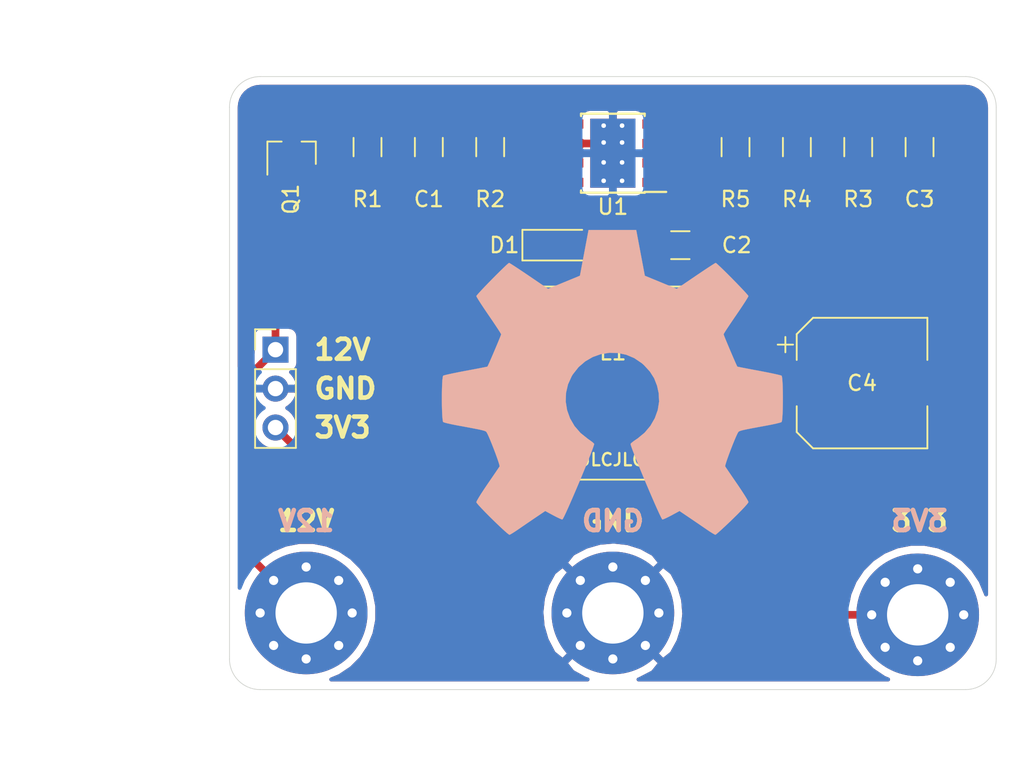
<source format=kicad_pcb>
(kicad_pcb (version 20171130) (host pcbnew 5.1.5+dfsg1-2build2)

  (general
    (thickness 1.6)
    (drawings 24)
    (tracks 59)
    (zones 0)
    (modules 18)
    (nets 12)
  )

  (page A4)
  (layers
    (0 F.Cu signal)
    (31 B.Cu signal)
    (32 B.Adhes user)
    (33 F.Adhes user)
    (34 B.Paste user)
    (35 F.Paste user)
    (36 B.SilkS user)
    (37 F.SilkS user)
    (38 B.Mask user)
    (39 F.Mask user)
    (40 Dwgs.User user)
    (41 Cmts.User user)
    (42 Eco1.User user)
    (43 Eco2.User user)
    (44 Edge.Cuts user)
    (45 Margin user)
    (46 B.CrtYd user)
    (47 F.CrtYd user)
    (48 B.Fab user)
    (49 F.Fab user)
  )

  (setup
    (last_trace_width 0.5)
    (trace_clearance 0.2)
    (zone_clearance 0.508)
    (zone_45_only no)
    (trace_min 0.2)
    (via_size 0.8)
    (via_drill 0.4)
    (via_min_size 0.4)
    (via_min_drill 0.3)
    (uvia_size 0.3)
    (uvia_drill 0.1)
    (uvias_allowed no)
    (uvia_min_size 0.2)
    (uvia_min_drill 0.1)
    (edge_width 0.05)
    (segment_width 0.2)
    (pcb_text_width 0.3)
    (pcb_text_size 1.5 1.5)
    (mod_edge_width 0.12)
    (mod_text_size 1 1)
    (mod_text_width 0.15)
    (pad_size 1.524 1.524)
    (pad_drill 0.762)
    (pad_to_mask_clearance 0.051)
    (solder_mask_min_width 0.25)
    (aux_axis_origin 0 0)
    (visible_elements FFFFFF7F)
    (pcbplotparams
      (layerselection 0x010fc_ffffffff)
      (usegerberextensions false)
      (usegerberattributes false)
      (usegerberadvancedattributes false)
      (creategerberjobfile false)
      (excludeedgelayer true)
      (linewidth 0.100000)
      (plotframeref false)
      (viasonmask false)
      (mode 1)
      (useauxorigin false)
      (hpglpennumber 1)
      (hpglpenspeed 20)
      (hpglpendiameter 15.000000)
      (psnegative false)
      (psa4output false)
      (plotreference true)
      (plotvalue true)
      (plotinvisibletext false)
      (padsonsilk false)
      (subtractmaskfromsilk false)
      (outputformat 1)
      (mirror false)
      (drillshape 0)
      (scaleselection 1)
      (outputdirectory "jlcpcb/gerber/"))
  )

  (net 0 "")
  (net 1 GND)
  (net 2 "Net-(C1-Pad1)")
  (net 3 "Net-(C2-Pad2)")
  (net 4 "Net-(C2-Pad1)")
  (net 5 +3V3)
  (net 6 VCC)
  (net 7 "Net-(R1-Pad2)")
  (net 8 FB)
  (net 9 "Net-(R4-Pad2)")
  (net 10 "Net-(U1-Pad3)")
  (net 11 "Net-(U1-Pad2)")

  (net_class Default "This is the default net class."
    (clearance 0.2)
    (trace_width 0.5)
    (via_dia 0.8)
    (via_drill 0.4)
    (uvia_dia 0.3)
    (uvia_drill 0.1)
    (add_net +3V3)
    (add_net FB)
    (add_net GND)
    (add_net "Net-(C1-Pad1)")
    (add_net "Net-(C2-Pad1)")
    (add_net "Net-(C2-Pad2)")
    (add_net "Net-(R1-Pad2)")
    (add_net "Net-(R4-Pad2)")
    (add_net "Net-(U1-Pad2)")
    (add_net "Net-(U1-Pad3)")
    (add_net VCC)
  )

  (module Symbol:OSHW-Symbol_22.3x20mm_SilkScreen (layer B.Cu) (tedit 0) (tstamp 60FDFB4E)
    (at 139 78 180)
    (descr "Open Source Hardware Symbol")
    (tags "Logo Symbol OSHW")
    (attr virtual)
    (fp_text reference REF** (at 0 0) (layer B.SilkS) hide
      (effects (font (size 1 1) (thickness 0.15)) (justify mirror))
    )
    (fp_text value OSHW-Symbol_22.3x20mm_SilkScreen (at 0.75 0) (layer B.Fab) hide
      (effects (font (size 1 1) (thickness 0.15)) (justify mirror))
    )
    (fp_poly (pts (xy 1.866338 8.498934) (xy 2.147794 7.005955) (xy 3.186327 6.577837) (xy 4.224861 6.14972)
      (xy 5.470755 6.996919) (xy 5.81967 7.232807) (xy 6.135071 7.443425) (xy 6.402239 7.619155)
      (xy 6.606456 7.750383) (xy 6.733004 7.827492) (xy 6.767467 7.844118) (xy 6.829552 7.801357)
      (xy 6.962221 7.683141) (xy 7.150601 7.504572) (xy 7.379825 7.28075) (xy 7.635019 7.026778)
      (xy 7.901315 6.757755) (xy 8.163842 6.488783) (xy 8.407729 6.234963) (xy 8.618105 6.011397)
      (xy 8.780101 5.833186) (xy 8.878845 5.71543) (xy 8.902451 5.676021) (xy 8.868478 5.603368)
      (xy 8.773234 5.444199) (xy 8.626735 5.214084) (xy 8.438993 4.928592) (xy 8.220022 4.603291)
      (xy 8.093137 4.417748) (xy 7.861863 4.078946) (xy 7.656352 3.773211) (xy 7.486575 3.515763)
      (xy 7.362502 3.321819) (xy 7.294102 3.206598) (xy 7.283823 3.182384) (xy 7.307124 3.113567)
      (xy 7.370637 2.953181) (xy 7.464779 2.723777) (xy 7.579966 2.447904) (xy 7.706617 2.148113)
      (xy 7.835148 1.846954) (xy 7.955975 1.566978) (xy 8.059515 1.330734) (xy 8.136186 1.160772)
      (xy 8.176405 1.079643) (xy 8.178779 1.07645) (xy 8.24193 1.060959) (xy 8.410115 1.0264)
      (xy 8.6659 0.97617) (xy 8.991853 0.913666) (xy 9.370541 0.842286) (xy 9.591485 0.801123)
      (xy 9.996132 0.724079) (xy 10.361624 0.650767) (xy 10.669468 0.585198) (xy 10.901174 0.531385)
      (xy 11.038253 0.493339) (xy 11.065809 0.481268) (xy 11.092797 0.399565) (xy 11.114573 0.215039)
      (xy 11.131151 -0.05073) (xy 11.142546 -0.376166) (xy 11.148773 -0.73969) (xy 11.149845 -1.119725)
      (xy 11.145779 -1.494692) (xy 11.136589 -1.843014) (xy 11.122289 -2.143113) (xy 11.102895 -2.373411)
      (xy 11.078421 -2.512329) (xy 11.063742 -2.541249) (xy 10.975998 -2.575913) (xy 10.790072 -2.62547)
      (xy 10.530558 -2.684098) (xy 10.222049 -2.745976) (xy 10.114355 -2.765994) (xy 9.595119 -2.861102)
      (xy 9.18496 -2.937697) (xy 8.870325 -2.998821) (xy 8.637663 -3.047521) (xy 8.473419 -3.086839)
      (xy 8.364043 -3.11982) (xy 8.295981 -3.149509) (xy 8.255681 -3.17895) (xy 8.250043 -3.184769)
      (xy 8.193758 -3.278499) (xy 8.107895 -3.460911) (xy 8.001029 -3.709667) (xy 7.881731 -4.002432)
      (xy 7.758576 -4.316869) (xy 7.640138 -4.630641) (xy 7.534988 -4.921412) (xy 7.451702 -5.166846)
      (xy 7.398853 -5.344606) (xy 7.385013 -5.432355) (xy 7.386167 -5.435429) (xy 7.43306 -5.507152)
      (xy 7.539442 -5.664962) (xy 7.694133 -5.892432) (xy 7.885955 -6.173137) (xy 8.103728 -6.49065)
      (xy 8.165747 -6.580881) (xy 8.386882 -6.908006) (xy 8.581472 -7.206477) (xy 8.738915 -7.459153)
      (xy 8.848613 -7.648896) (xy 8.899964 -7.758567) (xy 8.902451 -7.772041) (xy 8.859306 -7.842859)
      (xy 8.74009 -7.983151) (xy 8.560127 -8.177841) (xy 8.334743 -8.41185) (xy 8.079264 -8.670101)
      (xy 7.809015 -8.937515) (xy 7.539322 -9.199014) (xy 7.28551 -9.439522) (xy 7.062906 -9.64396)
      (xy 6.886834 -9.79725) (xy 6.77262 -9.884314) (xy 6.741024 -9.898529) (xy 6.667479 -9.865048)
      (xy 6.516904 -9.774748) (xy 6.313825 -9.642839) (xy 6.157577 -9.536667) (xy 5.874463 -9.34185)
      (xy 5.539187 -9.11246) (xy 5.202888 -8.883438) (xy 5.022083 -8.760865) (xy 4.410097 -8.346925)
      (xy 3.896377 -8.624688) (xy 3.66234 -8.74637) (xy 3.463326 -8.840951) (xy 3.328669 -8.894895)
      (xy 3.294393 -8.902402) (xy 3.253176 -8.846981) (xy 3.171863 -8.690373) (xy 3.056522 -8.447021)
      (xy 2.913225 -8.131373) (xy 2.748041 -7.757873) (xy 2.56704 -7.340968) (xy 2.376292 -6.895104)
      (xy 2.181867 -6.434726) (xy 1.989835 -5.97428) (xy 1.806267 -5.528211) (xy 1.637232 -5.110967)
      (xy 1.4888 -4.736992) (xy 1.367042 -4.420732) (xy 1.278027 -4.176633) (xy 1.227825 -4.019141)
      (xy 1.219751 -3.965052) (xy 1.283742 -3.896059) (xy 1.423847 -3.784063) (xy 1.610779 -3.652334)
      (xy 1.626468 -3.641911) (xy 2.109613 -3.255171) (xy 2.499186 -2.803976) (xy 2.791812 -2.302755)
      (xy 2.984114 -1.765934) (xy 3.072717 -1.207941) (xy 3.054244 -0.643202) (xy 2.925319 -0.086146)
      (xy 2.682566 0.448802) (xy 2.611146 0.565842) (xy 2.239671 1.038455) (xy 1.800818 1.417971)
      (xy 1.309776 1.702415) (xy 0.781734 1.889814) (xy 0.231883 1.978195) (xy -0.32459 1.965582)
      (xy -0.872496 1.850004) (xy -1.396644 1.629486) (xy -1.881846 1.302054) (xy -2.031933 1.169157)
      (xy -2.413912 0.753153) (xy -2.692256 0.31522) (xy -2.883191 -0.175664) (xy -2.989532 -0.661792)
      (xy -3.015783 -1.208353) (xy -2.928248 -1.757628) (xy -2.735817 -2.29105) (xy -2.447382 -2.790053)
      (xy -2.071835 -3.236072) (xy -1.618067 -3.610541) (xy -1.558431 -3.650013) (xy -1.369496 -3.779279)
      (xy -1.225871 -3.89128) (xy -1.157206 -3.962791) (xy -1.156207 -3.965052) (xy -1.170949 -4.042409)
      (xy -1.229386 -4.217977) (xy -1.325446 -4.477313) (xy -1.453056 -4.805973) (xy -1.606144 -5.189517)
      (xy -1.778638 -5.613501) (xy -1.964465 -6.063483) (xy -2.157553 -6.525019) (xy -2.351829 -6.983669)
      (xy -2.541221 -7.424988) (xy -2.719656 -7.834535) (xy -2.881063 -8.197868) (xy -3.019368 -8.500543)
      (xy -3.128499 -8.728117) (xy -3.202384 -8.86615) (xy -3.232138 -8.902402) (xy -3.323056 -8.874172)
      (xy -3.493174 -8.798461) (xy -3.713158 -8.688799) (xy -3.834123 -8.624688) (xy -4.347842 -8.346925)
      (xy -4.959828 -8.760865) (xy -5.272233 -8.972923) (xy -5.614262 -9.206288) (xy -5.934778 -9.42602)
      (xy -6.095322 -9.536667) (xy -6.321121 -9.688294) (xy -6.512321 -9.808451) (xy -6.64398 -9.881923)
      (xy -6.686744 -9.897455) (xy -6.748986 -9.855556) (xy -6.886737 -9.73859) (xy -7.086642 -9.558699)
      (xy -7.335348 -9.32803) (xy -7.619498 -9.058725) (xy -7.79921 -8.885813) (xy -8.113621 -8.576891)
      (xy -8.385341 -8.300584) (xy -8.603387 -8.068712) (xy -8.756775 -7.893093) (xy -8.834521 -7.785548)
      (xy -8.84198 -7.763724) (xy -8.807367 -7.680708) (xy -8.711719 -7.512855) (xy -8.565645 -7.277158)
      (xy -8.379756 -6.990611) (xy -8.164661 -6.670207) (xy -8.103493 -6.580881) (xy -7.880613 -6.256222)
      (xy -7.680655 -5.963921) (xy -7.514798 -5.720404) (xy -7.394222 -5.542097) (xy -7.330106 -5.445425)
      (xy -7.323912 -5.435429) (xy -7.333175 -5.358386) (xy -7.382345 -5.188997) (xy -7.462849 -4.949597)
      (xy -7.566112 -4.662522) (xy -7.683562 -4.35011) (xy -7.806625 -4.034697) (xy -7.926728 -3.738619)
      (xy -8.035297 -3.484212) (xy -8.123758 -3.293814) (xy -8.183539 -3.18976) (xy -8.187788 -3.184769)
      (xy -8.224344 -3.155031) (xy -8.286087 -3.125623) (xy -8.386568 -3.093502) (xy -8.539341 -3.055622)
      (xy -8.757957 -3.00894) (xy -9.055969 -2.950411) (xy -9.44693 -2.876991) (xy -9.944392 -2.785636)
      (xy -10.0521 -2.765994) (xy -10.371323 -2.704318) (xy -10.649616 -2.643982) (xy -10.862386 -2.590808)
      (xy -10.98504 -2.550619) (xy -11.001487 -2.541249) (xy -11.028588 -2.458183) (xy -11.050617 -2.272553)
      (xy -11.067559 -2.005938) (xy -11.0794 -1.679917) (xy -11.086124 -1.316066) (xy -11.087716 -0.935964)
      (xy -11.084163 -0.561189) (xy -11.075449 -0.213318) (xy -11.061559 0.08607) (xy -11.042479 0.315397)
      (xy -11.018194 0.453087) (xy -11.003554 0.481268) (xy -10.922049 0.509694) (xy -10.736454 0.555941)
      (xy -10.46526 0.615995) (xy -10.126957 0.685846) (xy -9.740036 0.761481) (xy -9.52923 0.801123)
      (xy -9.129259 0.875892) (xy -8.772581 0.943625) (xy -8.476629 1.000924) (xy -8.258837 1.044393)
      (xy -8.136636 1.070633) (xy -8.116524 1.07645) (xy -8.082532 1.142036) (xy -8.010676 1.300012)
      (xy -7.910536 1.527809) (xy -7.791688 1.802858) (xy -7.663711 2.102589) (xy -7.536184 2.404433)
      (xy -7.418684 2.685823) (xy -7.320788 2.924187) (xy -7.252077 3.096958) (xy -7.222126 3.181566)
      (xy -7.221569 3.185264) (xy -7.255522 3.252008) (xy -7.350711 3.405601) (xy -7.497132 3.630779)
      (xy -7.684779 3.912276) (xy -7.903648 4.234826) (xy -8.030882 4.420098) (xy -8.262727 4.759808)
      (xy -8.468647 5.068228) (xy -8.638597 5.329757) (xy -8.762528 5.528794) (xy -8.830394 5.649734)
      (xy -8.840196 5.676846) (xy -8.798062 5.739951) (xy -8.681579 5.87469) (xy -8.505628 6.065969)
      (xy -8.285086 6.298692) (xy -8.034835 6.557764) (xy -7.769754 6.828091) (xy -7.504722 7.094577)
      (xy -7.254619 7.342127) (xy -7.034324 7.555646) (xy -6.858717 7.720039) (xy -6.742678 7.820211)
      (xy -6.703858 7.844118) (xy -6.640651 7.810502) (xy -6.489471 7.716062) (xy -6.265019 7.570412)
      (xy -5.981992 7.383166) (xy -5.65509 7.163937) (xy -5.4085 6.996919) (xy -4.162606 6.14972)
      (xy -3.124073 6.577837) (xy -2.085539 7.005955) (xy -1.804083 8.498934) (xy -1.522627 9.991912)
      (xy 1.584882 9.991912) (xy 1.866338 8.498934)) (layer B.SilkS) (width 0.01))
  )

  (module MountingHole:MountingHole_4mm_Pad_Via (layer F.Cu) (tedit 56DDC1BA) (tstamp 60FD56A5)
    (at 158.87868 93.12132)
    (descr "Mounting Hole 4mm")
    (tags "mounting hole 4mm")
    (path /60FEB774)
    (attr virtual)
    (fp_text reference H3 (at 0 -5) (layer F.SilkS) hide
      (effects (font (size 1 1) (thickness 0.15)))
    )
    (fp_text value MountingHole_Pad (at 0 5) (layer F.Fab)
      (effects (font (size 1 1) (thickness 0.15)))
    )
    (fp_circle (center 0 0) (end 4.25 0) (layer F.CrtYd) (width 0.05))
    (fp_circle (center 0 0) (end 4 0) (layer Cmts.User) (width 0.15))
    (fp_text user %R (at 0.3 0) (layer F.Fab)
      (effects (font (size 1 1) (thickness 0.15)))
    )
    (pad 1 thru_hole circle (at 2.12132 -2.12132) (size 0.9 0.9) (drill 0.6) (layers *.Cu *.Mask)
      (net 5 +3V3))
    (pad 1 thru_hole circle (at 0 -3) (size 0.9 0.9) (drill 0.6) (layers *.Cu *.Mask)
      (net 5 +3V3))
    (pad 1 thru_hole circle (at -2.12132 -2.12132) (size 0.9 0.9) (drill 0.6) (layers *.Cu *.Mask)
      (net 5 +3V3))
    (pad 1 thru_hole circle (at -3 0) (size 0.9 0.9) (drill 0.6) (layers *.Cu *.Mask)
      (net 5 +3V3))
    (pad 1 thru_hole circle (at -2.12132 2.12132) (size 0.9 0.9) (drill 0.6) (layers *.Cu *.Mask)
      (net 5 +3V3))
    (pad 1 thru_hole circle (at 0 3) (size 0.9 0.9) (drill 0.6) (layers *.Cu *.Mask)
      (net 5 +3V3))
    (pad 1 thru_hole circle (at 2.12132 2.12132) (size 0.9 0.9) (drill 0.6) (layers *.Cu *.Mask)
      (net 5 +3V3))
    (pad 1 thru_hole circle (at 3 0) (size 0.9 0.9) (drill 0.6) (layers *.Cu *.Mask)
      (net 5 +3V3))
    (pad 1 thru_hole circle (at 0 0) (size 8 8) (drill 4) (layers *.Cu *.Mask)
      (net 5 +3V3))
  )

  (module MountingHole:MountingHole_4mm_Pad_Via (layer F.Cu) (tedit 56DDC1BA) (tstamp 60FD52F5)
    (at 139 93)
    (descr "Mounting Hole 4mm")
    (tags "mounting hole 4mm")
    (path /60FEB624)
    (attr virtual)
    (fp_text reference H2 (at 0 -5) (layer F.SilkS) hide
      (effects (font (size 1 1) (thickness 0.15)))
    )
    (fp_text value MountingHole_Pad (at 0 5) (layer F.Fab)
      (effects (font (size 1 1) (thickness 0.15)))
    )
    (fp_circle (center 0 0) (end 4.25 0) (layer F.CrtYd) (width 0.05))
    (fp_circle (center 0 0) (end 4 0) (layer Cmts.User) (width 0.15))
    (fp_text user %R (at 0.3 0) (layer F.Fab)
      (effects (font (size 1 1) (thickness 0.15)))
    )
    (pad 1 thru_hole circle (at 2.12132 -2.12132) (size 0.9 0.9) (drill 0.6) (layers *.Cu *.Mask)
      (net 1 GND))
    (pad 1 thru_hole circle (at 0 -3) (size 0.9 0.9) (drill 0.6) (layers *.Cu *.Mask)
      (net 1 GND))
    (pad 1 thru_hole circle (at -2.12132 -2.12132) (size 0.9 0.9) (drill 0.6) (layers *.Cu *.Mask)
      (net 1 GND))
    (pad 1 thru_hole circle (at -3 0) (size 0.9 0.9) (drill 0.6) (layers *.Cu *.Mask)
      (net 1 GND))
    (pad 1 thru_hole circle (at -2.12132 2.12132) (size 0.9 0.9) (drill 0.6) (layers *.Cu *.Mask)
      (net 1 GND))
    (pad 1 thru_hole circle (at 0 3) (size 0.9 0.9) (drill 0.6) (layers *.Cu *.Mask)
      (net 1 GND))
    (pad 1 thru_hole circle (at 2.12132 2.12132) (size 0.9 0.9) (drill 0.6) (layers *.Cu *.Mask)
      (net 1 GND))
    (pad 1 thru_hole circle (at 3 0) (size 0.9 0.9) (drill 0.6) (layers *.Cu *.Mask)
      (net 1 GND))
    (pad 1 thru_hole circle (at 0 0) (size 8 8) (drill 4) (layers *.Cu *.Mask)
      (net 1 GND))
  )

  (module MountingHole:MountingHole_4mm_Pad_Via (layer F.Cu) (tedit 56DDC1BA) (tstamp 60FD52E5)
    (at 119 93)
    (descr "Mounting Hole 4mm")
    (tags "mounting hole 4mm")
    (path /60FE7844)
    (attr virtual)
    (fp_text reference H1 (at 0 -5) (layer F.SilkS) hide
      (effects (font (size 1 1) (thickness 0.15)))
    )
    (fp_text value MountingHole_Pad (at 0 5) (layer F.Fab)
      (effects (font (size 1 1) (thickness 0.15)))
    )
    (fp_circle (center 0 0) (end 4.25 0) (layer F.CrtYd) (width 0.05))
    (fp_circle (center 0 0) (end 4 0) (layer Cmts.User) (width 0.15))
    (fp_text user %R (at 0.3 0) (layer F.Fab)
      (effects (font (size 1 1) (thickness 0.15)))
    )
    (pad 1 thru_hole circle (at 2.12132 -2.12132) (size 0.9 0.9) (drill 0.6) (layers *.Cu *.Mask)
      (net 6 VCC))
    (pad 1 thru_hole circle (at 0 -3) (size 0.9 0.9) (drill 0.6) (layers *.Cu *.Mask)
      (net 6 VCC))
    (pad 1 thru_hole circle (at -2.12132 -2.12132) (size 0.9 0.9) (drill 0.6) (layers *.Cu *.Mask)
      (net 6 VCC))
    (pad 1 thru_hole circle (at -3 0) (size 0.9 0.9) (drill 0.6) (layers *.Cu *.Mask)
      (net 6 VCC))
    (pad 1 thru_hole circle (at -2.12132 2.12132) (size 0.9 0.9) (drill 0.6) (layers *.Cu *.Mask)
      (net 6 VCC))
    (pad 1 thru_hole circle (at 0 3) (size 0.9 0.9) (drill 0.6) (layers *.Cu *.Mask)
      (net 6 VCC))
    (pad 1 thru_hole circle (at 2.12132 2.12132) (size 0.9 0.9) (drill 0.6) (layers *.Cu *.Mask)
      (net 6 VCC))
    (pad 1 thru_hole circle (at 3 0) (size 0.9 0.9) (drill 0.6) (layers *.Cu *.Mask)
      (net 6 VCC))
    (pad 1 thru_hole circle (at 0 0) (size 8 8) (drill 4) (layers *.Cu *.Mask)
      (net 6 VCC))
  )

  (module Connector_PinHeader_2.54mm:PinHeader_1x03_P2.54mm_Vertical (layer F.Cu) (tedit 59FED5CC) (tstamp 60FD47E9)
    (at 117 75.82)
    (descr "Through hole straight pin header, 1x03, 2.54mm pitch, single row")
    (tags "Through hole pin header THT 1x03 2.54mm single row")
    (path /60FD520B)
    (fp_text reference J1 (at 0 -2.33) (layer F.SilkS) hide
      (effects (font (size 1 1) (thickness 0.15)))
    )
    (fp_text value Conn_01x03 (at 0 7.41) (layer F.Fab)
      (effects (font (size 1 1) (thickness 0.15)))
    )
    (fp_text user %R (at 0 2.54 90) (layer F.Fab)
      (effects (font (size 1 1) (thickness 0.15)))
    )
    (fp_line (start 1.8 -1.8) (end -1.8 -1.8) (layer F.CrtYd) (width 0.05))
    (fp_line (start 1.8 6.85) (end 1.8 -1.8) (layer F.CrtYd) (width 0.05))
    (fp_line (start -1.8 6.85) (end 1.8 6.85) (layer F.CrtYd) (width 0.05))
    (fp_line (start -1.8 -1.8) (end -1.8 6.85) (layer F.CrtYd) (width 0.05))
    (fp_line (start -1.33 -1.33) (end 0 -1.33) (layer F.SilkS) (width 0.12))
    (fp_line (start -1.33 0) (end -1.33 -1.33) (layer F.SilkS) (width 0.12))
    (fp_line (start -1.33 1.27) (end 1.33 1.27) (layer F.SilkS) (width 0.12))
    (fp_line (start 1.33 1.27) (end 1.33 6.41) (layer F.SilkS) (width 0.12))
    (fp_line (start -1.33 1.27) (end -1.33 6.41) (layer F.SilkS) (width 0.12))
    (fp_line (start -1.33 6.41) (end 1.33 6.41) (layer F.SilkS) (width 0.12))
    (fp_line (start -1.27 -0.635) (end -0.635 -1.27) (layer F.Fab) (width 0.1))
    (fp_line (start -1.27 6.35) (end -1.27 -0.635) (layer F.Fab) (width 0.1))
    (fp_line (start 1.27 6.35) (end -1.27 6.35) (layer F.Fab) (width 0.1))
    (fp_line (start 1.27 -1.27) (end 1.27 6.35) (layer F.Fab) (width 0.1))
    (fp_line (start -0.635 -1.27) (end 1.27 -1.27) (layer F.Fab) (width 0.1))
    (pad 3 thru_hole oval (at 0 5.08) (size 1.7 1.7) (drill 1) (layers *.Cu *.Mask)
      (net 5 +3V3))
    (pad 2 thru_hole oval (at 0 2.54) (size 1.7 1.7) (drill 1) (layers *.Cu *.Mask)
      (net 1 GND))
    (pad 1 thru_hole rect (at 0 0) (size 1.7 1.7) (drill 1) (layers *.Cu *.Mask)
      (net 6 VCC))
    (model ${KISYS3DMOD}/Connector_PinHeader_2.54mm.3dshapes/PinHeader_1x03_P2.54mm_Vertical.wrl
      (at (xyz 0 0 0))
      (scale (xyz 1 1 1))
      (rotate (xyz 0 0 0))
    )
  )

  (module Capacitor_SMD:C_1206_3216Metric (layer F.Cu) (tedit 5B301BBE) (tstamp 60FCE9DA)
    (at 159 62.6 90)
    (descr "Capacitor SMD 1206 (3216 Metric), square (rectangular) end terminal, IPC_7351 nominal, (Body size source: http://www.tortai-tech.com/upload/download/2011102023233369053.pdf), generated with kicad-footprint-generator")
    (tags capacitor)
    (path /60FDE61A)
    (attr smd)
    (fp_text reference C3 (at -3.4 0) (layer F.SilkS)
      (effects (font (size 1 1) (thickness 0.15)))
    )
    (fp_text value 10uF (at 0 1.82 90) (layer F.Fab)
      (effects (font (size 1 1) (thickness 0.15)))
    )
    (fp_text user %R (at 0 0 90) (layer F.Fab)
      (effects (font (size 0.8 0.8) (thickness 0.12)))
    )
    (fp_line (start 2.28 1.12) (end -2.28 1.12) (layer F.CrtYd) (width 0.05))
    (fp_line (start 2.28 -1.12) (end 2.28 1.12) (layer F.CrtYd) (width 0.05))
    (fp_line (start -2.28 -1.12) (end 2.28 -1.12) (layer F.CrtYd) (width 0.05))
    (fp_line (start -2.28 1.12) (end -2.28 -1.12) (layer F.CrtYd) (width 0.05))
    (fp_line (start -0.602064 0.91) (end 0.602064 0.91) (layer F.SilkS) (width 0.12))
    (fp_line (start -0.602064 -0.91) (end 0.602064 -0.91) (layer F.SilkS) (width 0.12))
    (fp_line (start 1.6 0.8) (end -1.6 0.8) (layer F.Fab) (width 0.1))
    (fp_line (start 1.6 -0.8) (end 1.6 0.8) (layer F.Fab) (width 0.1))
    (fp_line (start -1.6 -0.8) (end 1.6 -0.8) (layer F.Fab) (width 0.1))
    (fp_line (start -1.6 0.8) (end -1.6 -0.8) (layer F.Fab) (width 0.1))
    (pad 2 smd roundrect (at 1.4 0 90) (size 1.25 1.75) (layers F.Cu F.Paste F.Mask) (roundrect_rratio 0.2)
      (net 1 GND))
    (pad 1 smd roundrect (at -1.4 0 90) (size 1.25 1.75) (layers F.Cu F.Paste F.Mask) (roundrect_rratio 0.2)
      (net 5 +3V3))
    (model ${KISYS3DMOD}/Capacitor_SMD.3dshapes/C_1206_3216Metric.wrl
      (at (xyz 0 0 0))
      (scale (xyz 1 1 1))
      (rotate (xyz 0 0 0))
    )
  )

  (module Resistor_SMD:R_1206_3216Metric (layer F.Cu) (tedit 5B301BBD) (tstamp 60FCEAC3)
    (at 151 62.6 270)
    (descr "Resistor SMD 1206 (3216 Metric), square (rectangular) end terminal, IPC_7351 nominal, (Body size source: http://www.tortai-tech.com/upload/download/2011102023233369053.pdf), generated with kicad-footprint-generator")
    (tags resistor)
    (path /60FE6CB1)
    (attr smd)
    (fp_text reference R4 (at 3.4 0) (layer F.SilkS)
      (effects (font (size 1 1) (thickness 0.15)))
    )
    (fp_text value 5K6 (at 0 1.82 90) (layer F.Fab)
      (effects (font (size 1 1) (thickness 0.15)))
    )
    (fp_text user %R (at 0 0 90) (layer F.Fab)
      (effects (font (size 0.8 0.8) (thickness 0.12)))
    )
    (fp_line (start 2.28 1.12) (end -2.28 1.12) (layer F.CrtYd) (width 0.05))
    (fp_line (start 2.28 -1.12) (end 2.28 1.12) (layer F.CrtYd) (width 0.05))
    (fp_line (start -2.28 -1.12) (end 2.28 -1.12) (layer F.CrtYd) (width 0.05))
    (fp_line (start -2.28 1.12) (end -2.28 -1.12) (layer F.CrtYd) (width 0.05))
    (fp_line (start -0.602064 0.91) (end 0.602064 0.91) (layer F.SilkS) (width 0.12))
    (fp_line (start -0.602064 -0.91) (end 0.602064 -0.91) (layer F.SilkS) (width 0.12))
    (fp_line (start 1.6 0.8) (end -1.6 0.8) (layer F.Fab) (width 0.1))
    (fp_line (start 1.6 -0.8) (end 1.6 0.8) (layer F.Fab) (width 0.1))
    (fp_line (start -1.6 -0.8) (end 1.6 -0.8) (layer F.Fab) (width 0.1))
    (fp_line (start -1.6 0.8) (end -1.6 -0.8) (layer F.Fab) (width 0.1))
    (pad 2 smd roundrect (at 1.4 0 270) (size 1.25 1.75) (layers F.Cu F.Paste F.Mask) (roundrect_rratio 0.2)
      (net 9 "Net-(R4-Pad2)"))
    (pad 1 smd roundrect (at -1.4 0 270) (size 1.25 1.75) (layers F.Cu F.Paste F.Mask) (roundrect_rratio 0.2)
      (net 8 FB))
    (model ${KISYS3DMOD}/Resistor_SMD.3dshapes/R_1206_3216Metric.wrl
      (at (xyz 0 0 0))
      (scale (xyz 1 1 1))
      (rotate (xyz 0 0 0))
    )
  )

  (module Resistor_SMD:R_1206_3216Metric (layer F.Cu) (tedit 5B301BBD) (tstamp 60FCEAD4)
    (at 147 62.6 90)
    (descr "Resistor SMD 1206 (3216 Metric), square (rectangular) end terminal, IPC_7351 nominal, (Body size source: http://www.tortai-tech.com/upload/download/2011102023233369053.pdf), generated with kicad-footprint-generator")
    (tags resistor)
    (path /60FE75A7)
    (attr smd)
    (fp_text reference R5 (at -3.4 0 180) (layer F.SilkS)
      (effects (font (size 1 1) (thickness 0.15)))
    )
    (fp_text value 200 (at 0 1.82 90) (layer F.Fab)
      (effects (font (size 1 1) (thickness 0.15)))
    )
    (fp_text user %R (at 0 0 90) (layer F.Fab)
      (effects (font (size 0.8 0.8) (thickness 0.12)))
    )
    (fp_line (start 2.28 1.12) (end -2.28 1.12) (layer F.CrtYd) (width 0.05))
    (fp_line (start 2.28 -1.12) (end 2.28 1.12) (layer F.CrtYd) (width 0.05))
    (fp_line (start -2.28 -1.12) (end 2.28 -1.12) (layer F.CrtYd) (width 0.05))
    (fp_line (start -2.28 1.12) (end -2.28 -1.12) (layer F.CrtYd) (width 0.05))
    (fp_line (start -0.602064 0.91) (end 0.602064 0.91) (layer F.SilkS) (width 0.12))
    (fp_line (start -0.602064 -0.91) (end 0.602064 -0.91) (layer F.SilkS) (width 0.12))
    (fp_line (start 1.6 0.8) (end -1.6 0.8) (layer F.Fab) (width 0.1))
    (fp_line (start 1.6 -0.8) (end 1.6 0.8) (layer F.Fab) (width 0.1))
    (fp_line (start -1.6 -0.8) (end 1.6 -0.8) (layer F.Fab) (width 0.1))
    (fp_line (start -1.6 0.8) (end -1.6 -0.8) (layer F.Fab) (width 0.1))
    (pad 2 smd roundrect (at 1.4 0 90) (size 1.25 1.75) (layers F.Cu F.Paste F.Mask) (roundrect_rratio 0.2)
      (net 1 GND))
    (pad 1 smd roundrect (at -1.4 0 90) (size 1.25 1.75) (layers F.Cu F.Paste F.Mask) (roundrect_rratio 0.2)
      (net 9 "Net-(R4-Pad2)"))
    (model ${KISYS3DMOD}/Resistor_SMD.3dshapes/R_1206_3216Metric.wrl
      (at (xyz 0 0 0))
      (scale (xyz 1 1 1))
      (rotate (xyz 0 0 0))
    )
  )

  (module Resistor_SMD:R_1206_3216Metric (layer F.Cu) (tedit 5B301BBD) (tstamp 60FD167E)
    (at 155 62.6 90)
    (descr "Resistor SMD 1206 (3216 Metric), square (rectangular) end terminal, IPC_7351 nominal, (Body size source: http://www.tortai-tech.com/upload/download/2011102023233369053.pdf), generated with kicad-footprint-generator")
    (tags resistor)
    (path /60FE7046)
    (attr smd)
    (fp_text reference R3 (at -3.4 0) (layer F.SilkS)
      (effects (font (size 1 1) (thickness 0.15)))
    )
    (fp_text value 10K (at 0 1.82 90) (layer F.Fab)
      (effects (font (size 1 1) (thickness 0.15)))
    )
    (fp_text user %R (at 0 0 90) (layer F.Fab)
      (effects (font (size 0.8 0.8) (thickness 0.12)))
    )
    (fp_line (start 2.28 1.12) (end -2.28 1.12) (layer F.CrtYd) (width 0.05))
    (fp_line (start 2.28 -1.12) (end 2.28 1.12) (layer F.CrtYd) (width 0.05))
    (fp_line (start -2.28 -1.12) (end 2.28 -1.12) (layer F.CrtYd) (width 0.05))
    (fp_line (start -2.28 1.12) (end -2.28 -1.12) (layer F.CrtYd) (width 0.05))
    (fp_line (start -0.602064 0.91) (end 0.602064 0.91) (layer F.SilkS) (width 0.12))
    (fp_line (start -0.602064 -0.91) (end 0.602064 -0.91) (layer F.SilkS) (width 0.12))
    (fp_line (start 1.6 0.8) (end -1.6 0.8) (layer F.Fab) (width 0.1))
    (fp_line (start 1.6 -0.8) (end 1.6 0.8) (layer F.Fab) (width 0.1))
    (fp_line (start -1.6 -0.8) (end 1.6 -0.8) (layer F.Fab) (width 0.1))
    (fp_line (start -1.6 0.8) (end -1.6 -0.8) (layer F.Fab) (width 0.1))
    (pad 2 smd roundrect (at 1.4 0 90) (size 1.25 1.75) (layers F.Cu F.Paste F.Mask) (roundrect_rratio 0.2)
      (net 8 FB))
    (pad 1 smd roundrect (at -1.4 0 90) (size 1.25 1.75) (layers F.Cu F.Paste F.Mask) (roundrect_rratio 0.2)
      (net 5 +3V3))
    (model ${KISYS3DMOD}/Resistor_SMD.3dshapes/R_1206_3216Metric.wrl
      (at (xyz 0 0 0))
      (scale (xyz 1 1 1))
      (rotate (xyz 0 0 0))
    )
  )

  (module Capacitor_SMD:C_1206_3216Metric (layer F.Cu) (tedit 5B301BBE) (tstamp 60FD031E)
    (at 143.4 69)
    (descr "Capacitor SMD 1206 (3216 Metric), square (rectangular) end terminal, IPC_7351 nominal, (Body size source: http://www.tortai-tech.com/upload/download/2011102023233369053.pdf), generated with kicad-footprint-generator")
    (tags capacitor)
    (path /60FCF158)
    (attr smd)
    (fp_text reference C2 (at 2.6 0) (layer F.SilkS)
      (effects (font (size 1 1) (thickness 0.15)) (justify left))
    )
    (fp_text value 10nF (at 0 1.82) (layer F.Fab)
      (effects (font (size 1 1) (thickness 0.15)))
    )
    (fp_text user %R (at 0 0) (layer F.Fab)
      (effects (font (size 0.8 0.8) (thickness 0.12)))
    )
    (fp_line (start 2.28 1.12) (end -2.28 1.12) (layer F.CrtYd) (width 0.05))
    (fp_line (start 2.28 -1.12) (end 2.28 1.12) (layer F.CrtYd) (width 0.05))
    (fp_line (start -2.28 -1.12) (end 2.28 -1.12) (layer F.CrtYd) (width 0.05))
    (fp_line (start -2.28 1.12) (end -2.28 -1.12) (layer F.CrtYd) (width 0.05))
    (fp_line (start -0.602064 0.91) (end 0.602064 0.91) (layer F.SilkS) (width 0.12))
    (fp_line (start -0.602064 -0.91) (end 0.602064 -0.91) (layer F.SilkS) (width 0.12))
    (fp_line (start 1.6 0.8) (end -1.6 0.8) (layer F.Fab) (width 0.1))
    (fp_line (start 1.6 -0.8) (end 1.6 0.8) (layer F.Fab) (width 0.1))
    (fp_line (start -1.6 -0.8) (end 1.6 -0.8) (layer F.Fab) (width 0.1))
    (fp_line (start -1.6 0.8) (end -1.6 -0.8) (layer F.Fab) (width 0.1))
    (pad 2 smd roundrect (at 1.4 0) (size 1.25 1.75) (layers F.Cu F.Paste F.Mask) (roundrect_rratio 0.2)
      (net 3 "Net-(C2-Pad2)"))
    (pad 1 smd roundrect (at -1.4 0) (size 1.25 1.75) (layers F.Cu F.Paste F.Mask) (roundrect_rratio 0.2)
      (net 4 "Net-(C2-Pad1)"))
    (model ${KISYS3DMOD}/Capacitor_SMD.3dshapes/C_1206_3216Metric.wrl
      (at (xyz 0 0 0))
      (scale (xyz 1 1 1))
      (rotate (xyz 0 0 0))
    )
  )

  (module Package_SO:TI_SO-PowerPAD-8_ThermalVias (layer F.Cu) (tedit 5A02F2D3) (tstamp 60FCEAFC)
    (at 139 63 180)
    (descr "8-pin HTSOP package with 1.27mm pin pitch, compatible with SOIC-8, 3.9x4.9mm² body, exposed pad, thermal vias with large copper area, as proposed in http://www.ti.com/lit/ds/symlink/tps5430.pdf")
    (tags "HTSOP 1.27")
    (path /60FCE703)
    (attr smd)
    (fp_text reference U1 (at 0 -3.5) (layer F.SilkS)
      (effects (font (size 1 1) (thickness 0.15)))
    )
    (fp_text value TPS5430DDA (at 0 3.5) (layer F.Fab)
      (effects (font (size 1 1) (thickness 0.15)))
    )
    (fp_line (start -2.075 -2.525) (end -3.475 -2.525) (layer F.SilkS) (width 0.15))
    (fp_line (start -2.075 2.575) (end 2.075 2.575) (layer F.SilkS) (width 0.15))
    (fp_line (start -2.075 -2.575) (end 2.075 -2.575) (layer F.SilkS) (width 0.15))
    (fp_line (start -2.075 2.575) (end -2.075 2.43) (layer F.SilkS) (width 0.15))
    (fp_line (start 2.075 2.575) (end 2.075 2.43) (layer F.SilkS) (width 0.15))
    (fp_line (start 2.075 -2.575) (end 2.075 -2.43) (layer F.SilkS) (width 0.15))
    (fp_line (start -2.075 -2.575) (end -2.075 -2.525) (layer F.SilkS) (width 0.15))
    (fp_line (start -3.75 2.75) (end 3.75 2.75) (layer F.CrtYd) (width 0.05))
    (fp_line (start -3.75 -2.75) (end 3.75 -2.75) (layer F.CrtYd) (width 0.05))
    (fp_line (start 3.75 -2.75) (end 3.75 2.75) (layer F.CrtYd) (width 0.05))
    (fp_line (start -3.75 -2.75) (end -3.75 2.75) (layer F.CrtYd) (width 0.05))
    (fp_line (start -1.95 -1.45) (end -0.95 -2.45) (layer F.Fab) (width 0.15))
    (fp_line (start -1.95 2.45) (end -1.95 -1.45) (layer F.Fab) (width 0.15))
    (fp_line (start 1.95 2.45) (end -1.95 2.45) (layer F.Fab) (width 0.15))
    (fp_line (start 1.95 -2.45) (end 1.95 2.45) (layer F.Fab) (width 0.15))
    (fp_line (start -0.95 -2.45) (end 1.95 -2.45) (layer F.Fab) (width 0.15))
    (fp_text user %R (at 0 0) (layer F.Fab)
      (effects (font (size 0.9 0.9) (thickness 0.135)))
    )
    (pad 9 thru_hole circle (at 0.6 1.8 180) (size 0.6 0.6) (drill 0.3) (layers *.Cu)
      (net 1 GND))
    (pad 9 thru_hole circle (at 0.6 0.7 180) (size 0.6 0.6) (drill 0.3) (layers *.Cu)
      (net 1 GND))
    (pad 9 thru_hole circle (at -0.6 0.7 180) (size 0.6 0.6) (drill 0.3) (layers *.Cu)
      (net 1 GND))
    (pad 9 thru_hole circle (at -0.6 1.8 180) (size 0.6 0.6) (drill 0.3) (layers *.Cu)
      (net 1 GND))
    (pad 9 thru_hole circle (at 0.6 -1.8 180) (size 0.6 0.6) (drill 0.3) (layers *.Cu)
      (net 1 GND))
    (pad 9 thru_hole circle (at 0.6 -0.6 180) (size 0.6 0.6) (drill 0.3) (layers *.Cu)
      (net 1 GND))
    (pad 9 thru_hole circle (at -0.6 -0.6 180) (size 0.6 0.6) (drill 0.3) (layers *.Cu)
      (net 1 GND))
    (pad 9 thru_hole circle (at -0.6 -1.8 180) (size 0.6 0.6) (drill 0.3) (layers *.Cu)
      (net 1 GND))
    (pad 9 smd rect (at 0 0 180) (size 2.95 4.5) (layers B.Cu)
      (net 1 GND))
    (pad 8 smd rect (at 2.7 -1.905 180) (size 1.55 0.6) (layers F.Cu F.Paste F.Mask)
      (net 4 "Net-(C2-Pad1)"))
    (pad 7 smd rect (at 2.7 -0.635 180) (size 1.55 0.6) (layers F.Cu F.Paste F.Mask)
      (net 2 "Net-(C1-Pad1)"))
    (pad 6 smd rect (at 2.7 0.635 180) (size 1.55 0.6) (layers F.Cu F.Paste F.Mask)
      (net 1 GND))
    (pad 5 smd rect (at 2.7 1.905 180) (size 1.55 0.6) (layers F.Cu F.Paste F.Mask)
      (net 7 "Net-(R1-Pad2)"))
    (pad 4 smd rect (at -2.7 1.905 180) (size 1.55 0.6) (layers F.Cu F.Paste F.Mask)
      (net 8 FB))
    (pad 3 smd rect (at -2.7 0.635 180) (size 1.55 0.6) (layers F.Cu F.Paste F.Mask)
      (net 10 "Net-(U1-Pad3)"))
    (pad 2 smd rect (at -2.7 -0.635 180) (size 1.55 0.6) (layers F.Cu F.Paste F.Mask)
      (net 11 "Net-(U1-Pad2)"))
    (pad 1 smd rect (at -2.7 -1.905 180) (size 1.55 0.6) (layers F.Cu F.Paste F.Mask)
      (net 3 "Net-(C2-Pad2)"))
    (pad 9 smd rect (at 0 0 180) (size 2.95 4.5) (layers F.Cu)
      (net 1 GND))
    (pad 9 smd rect (at 0 0 180) (size 2.6 3.1) (layers F.Cu F.Paste F.Mask)
      (net 1 GND))
    (model ${KISYS3DMOD}/Package_SO.3dshapes/HTSOP-8-1EP_3.9x4.9mm_Pitch1.27mm.wrl
      (at (xyz 0 0 0))
      (scale (xyz 1 1 1))
      (rotate (xyz 0 0 0))
    )
  )

  (module Resistor_SMD:R_1206_3216Metric (layer F.Cu) (tedit 5B301BBD) (tstamp 60FD0B45)
    (at 131 62.6 270)
    (descr "Resistor SMD 1206 (3216 Metric), square (rectangular) end terminal, IPC_7351 nominal, (Body size source: http://www.tortai-tech.com/upload/download/2011102023233369053.pdf), generated with kicad-footprint-generator")
    (tags resistor)
    (path /60FF2A3B)
    (attr smd)
    (fp_text reference R2 (at 3.4 0 180) (layer F.SilkS)
      (effects (font (size 1 1) (thickness 0.15)))
    )
    (fp_text value 100K (at 0 1.82 90) (layer F.Fab)
      (effects (font (size 1 1) (thickness 0.15)))
    )
    (fp_text user %R (at 0 0 90) (layer F.Fab)
      (effects (font (size 0.8 0.8) (thickness 0.12)))
    )
    (fp_line (start 2.28 1.12) (end -2.28 1.12) (layer F.CrtYd) (width 0.05))
    (fp_line (start 2.28 -1.12) (end 2.28 1.12) (layer F.CrtYd) (width 0.05))
    (fp_line (start -2.28 -1.12) (end 2.28 -1.12) (layer F.CrtYd) (width 0.05))
    (fp_line (start -2.28 1.12) (end -2.28 -1.12) (layer F.CrtYd) (width 0.05))
    (fp_line (start -0.602064 0.91) (end 0.602064 0.91) (layer F.SilkS) (width 0.12))
    (fp_line (start -0.602064 -0.91) (end 0.602064 -0.91) (layer F.SilkS) (width 0.12))
    (fp_line (start 1.6 0.8) (end -1.6 0.8) (layer F.Fab) (width 0.1))
    (fp_line (start 1.6 -0.8) (end 1.6 0.8) (layer F.Fab) (width 0.1))
    (fp_line (start -1.6 -0.8) (end 1.6 -0.8) (layer F.Fab) (width 0.1))
    (fp_line (start -1.6 0.8) (end -1.6 -0.8) (layer F.Fab) (width 0.1))
    (pad 2 smd roundrect (at 1.4 0 270) (size 1.25 1.75) (layers F.Cu F.Paste F.Mask) (roundrect_rratio 0.2)
      (net 1 GND))
    (pad 1 smd roundrect (at -1.4 0 270) (size 1.25 1.75) (layers F.Cu F.Paste F.Mask) (roundrect_rratio 0.2)
      (net 7 "Net-(R1-Pad2)"))
    (model ${KISYS3DMOD}/Resistor_SMD.3dshapes/R_1206_3216Metric.wrl
      (at (xyz 0 0 0))
      (scale (xyz 1 1 1))
      (rotate (xyz 0 0 0))
    )
  )

  (module Resistor_SMD:R_1206_3216Metric (layer F.Cu) (tedit 5B301BBD) (tstamp 60FD0AE5)
    (at 123 62.6 90)
    (descr "Resistor SMD 1206 (3216 Metric), square (rectangular) end terminal, IPC_7351 nominal, (Body size source: http://www.tortai-tech.com/upload/download/2011102023233369053.pdf), generated with kicad-footprint-generator")
    (tags resistor)
    (path /60FCE0CD)
    (attr smd)
    (fp_text reference R1 (at -3.4 0 180) (layer F.SilkS)
      (effects (font (size 1 1) (thickness 0.15)))
    )
    (fp_text value 100K (at 0 1.82 90) (layer F.Fab)
      (effects (font (size 1 1) (thickness 0.15)))
    )
    (fp_text user %R (at 0 0 90) (layer F.Fab)
      (effects (font (size 0.8 0.8) (thickness 0.12)))
    )
    (fp_line (start 2.28 1.12) (end -2.28 1.12) (layer F.CrtYd) (width 0.05))
    (fp_line (start 2.28 -1.12) (end 2.28 1.12) (layer F.CrtYd) (width 0.05))
    (fp_line (start -2.28 -1.12) (end 2.28 -1.12) (layer F.CrtYd) (width 0.05))
    (fp_line (start -2.28 1.12) (end -2.28 -1.12) (layer F.CrtYd) (width 0.05))
    (fp_line (start -0.602064 0.91) (end 0.602064 0.91) (layer F.SilkS) (width 0.12))
    (fp_line (start -0.602064 -0.91) (end 0.602064 -0.91) (layer F.SilkS) (width 0.12))
    (fp_line (start 1.6 0.8) (end -1.6 0.8) (layer F.Fab) (width 0.1))
    (fp_line (start 1.6 -0.8) (end 1.6 0.8) (layer F.Fab) (width 0.1))
    (fp_line (start -1.6 -0.8) (end 1.6 -0.8) (layer F.Fab) (width 0.1))
    (fp_line (start -1.6 0.8) (end -1.6 -0.8) (layer F.Fab) (width 0.1))
    (pad 2 smd roundrect (at 1.4 0 90) (size 1.25 1.75) (layers F.Cu F.Paste F.Mask) (roundrect_rratio 0.2)
      (net 7 "Net-(R1-Pad2)"))
    (pad 1 smd roundrect (at -1.4 0 90) (size 1.25 1.75) (layers F.Cu F.Paste F.Mask) (roundrect_rratio 0.2)
      (net 2 "Net-(C1-Pad1)"))
    (model ${KISYS3DMOD}/Resistor_SMD.3dshapes/R_1206_3216Metric.wrl
      (at (xyz 0 0 0))
      (scale (xyz 1 1 1))
      (rotate (xyz 0 0 0))
    )
  )

  (module Package_TO_SOT_SMD:SOT-23 (layer F.Cu) (tedit 5A02FF57) (tstamp 60FD0C7E)
    (at 118.05 63 90)
    (descr "SOT-23, Standard")
    (tags SOT-23)
    (path /60FCD497)
    (attr smd)
    (fp_text reference Q1 (at -3 -0.05 90) (layer F.SilkS)
      (effects (font (size 1 1) (thickness 0.15)))
    )
    (fp_text value AO3401A (at 0 2.5 90) (layer F.Fab)
      (effects (font (size 1 1) (thickness 0.15)))
    )
    (fp_line (start 0.76 1.58) (end -0.7 1.58) (layer F.SilkS) (width 0.12))
    (fp_line (start 0.76 -1.58) (end -1.4 -1.58) (layer F.SilkS) (width 0.12))
    (fp_line (start -1.7 1.75) (end -1.7 -1.75) (layer F.CrtYd) (width 0.05))
    (fp_line (start 1.7 1.75) (end -1.7 1.75) (layer F.CrtYd) (width 0.05))
    (fp_line (start 1.7 -1.75) (end 1.7 1.75) (layer F.CrtYd) (width 0.05))
    (fp_line (start -1.7 -1.75) (end 1.7 -1.75) (layer F.CrtYd) (width 0.05))
    (fp_line (start 0.76 -1.58) (end 0.76 -0.65) (layer F.SilkS) (width 0.12))
    (fp_line (start 0.76 1.58) (end 0.76 0.65) (layer F.SilkS) (width 0.12))
    (fp_line (start -0.7 1.52) (end 0.7 1.52) (layer F.Fab) (width 0.1))
    (fp_line (start 0.7 -1.52) (end 0.7 1.52) (layer F.Fab) (width 0.1))
    (fp_line (start -0.7 -0.95) (end -0.15 -1.52) (layer F.Fab) (width 0.1))
    (fp_line (start -0.15 -1.52) (end 0.7 -1.52) (layer F.Fab) (width 0.1))
    (fp_line (start -0.7 -0.95) (end -0.7 1.5) (layer F.Fab) (width 0.1))
    (fp_text user %R (at 0 0) (layer F.Fab)
      (effects (font (size 0.5 0.5) (thickness 0.075)))
    )
    (pad 3 smd rect (at 1 0 90) (size 0.9 0.8) (layers F.Cu F.Paste F.Mask)
      (net 6 VCC))
    (pad 2 smd rect (at -1 0.95 90) (size 0.9 0.8) (layers F.Cu F.Paste F.Mask)
      (net 2 "Net-(C1-Pad1)"))
    (pad 1 smd rect (at -1 -0.95 90) (size 0.9 0.8) (layers F.Cu F.Paste F.Mask)
      (net 1 GND))
    (model ${KISYS3DMOD}/Package_TO_SOT_SMD.3dshapes/SOT-23.wrl
      (at (xyz 0 0 0))
      (scale (xyz 1 1 1))
      (rotate (xyz 0 0 0))
    )
  )

  (module Inductor_SMD:L_12x12mm_H8mm (layer F.Cu) (tedit 5990349C) (tstamp 60FCEA6A)
    (at 139 78)
    (descr "Choke, SMD, 12x12mm 8mm height")
    (tags "Choke SMD")
    (path /60FD04A7)
    (attr smd)
    (fp_text reference L1 (at 0 -2) (layer F.SilkS)
      (effects (font (size 1 1) (thickness 0.15)))
    )
    (fp_text value 10uH (at 0 7.6) (layer F.Fab)
      (effects (font (size 1 1) (thickness 0.15)))
    )
    (fp_circle (center -2.1 3) (end -1.8 3.25) (layer F.Fab) (width 0.1))
    (fp_circle (center 0 0) (end 0.15 0.15) (layer F.Adhes) (width 0.38))
    (fp_circle (center 0 0) (end 0.55 0) (layer F.Adhes) (width 0.38))
    (fp_circle (center 0 0) (end 0.9 0) (layer F.Adhes) (width 0.38))
    (fp_line (start 6.2 -6.2) (end 6.2 -3.3) (layer F.Fab) (width 0.1))
    (fp_line (start -6.2 -6.2) (end -6.2 -3.3) (layer F.Fab) (width 0.1))
    (fp_line (start 6.2 -6.2) (end -6.2 -6.2) (layer F.Fab) (width 0.1))
    (fp_line (start 6.2 6.2) (end 6.2 3.3) (layer F.Fab) (width 0.1))
    (fp_line (start -6.2 6.2) (end 6.2 6.2) (layer F.Fab) (width 0.1))
    (fp_line (start -6.2 3.3) (end -6.2 6.2) (layer F.Fab) (width 0.1))
    (fp_line (start -5 -3.5) (end -4.8 -3.2) (layer F.Fab) (width 0.1))
    (fp_line (start -5.1 -4) (end -5 -3.5) (layer F.Fab) (width 0.1))
    (fp_line (start -4.9 -4.5) (end -5.1 -4) (layer F.Fab) (width 0.1))
    (fp_line (start -4.6 -4.8) (end -4.9 -4.5) (layer F.Fab) (width 0.1))
    (fp_line (start -4.2 -5) (end -4.6 -4.8) (layer F.Fab) (width 0.1))
    (fp_line (start -3.7 -5.1) (end -4.2 -5) (layer F.Fab) (width 0.1))
    (fp_line (start -3.3 -4.9) (end -3.7 -5.1) (layer F.Fab) (width 0.1))
    (fp_line (start -3 -4.7) (end -3.3 -4.9) (layer F.Fab) (width 0.1))
    (fp_line (start -2.6 -4.9) (end -3 -4.7) (layer F.Fab) (width 0.1))
    (fp_line (start -1.7 -5.3) (end -2.6 -4.9) (layer F.Fab) (width 0.1))
    (fp_line (start -0.8 -5.5) (end -1.7 -5.3) (layer F.Fab) (width 0.1))
    (fp_line (start 0 -5.6) (end -0.8 -5.5) (layer F.Fab) (width 0.1))
    (fp_line (start 0.9 -5.5) (end 0 -5.6) (layer F.Fab) (width 0.1))
    (fp_line (start 1.7 -5.3) (end 0.9 -5.5) (layer F.Fab) (width 0.1))
    (fp_line (start 2.2 -5.1) (end 1.7 -5.3) (layer F.Fab) (width 0.1))
    (fp_line (start 2.6 -4.9) (end 2.2 -5.1) (layer F.Fab) (width 0.1))
    (fp_line (start 3 -4.6) (end 2.6 -4.9) (layer F.Fab) (width 0.1))
    (fp_line (start 3.3 -4.9) (end 3 -4.6) (layer F.Fab) (width 0.1))
    (fp_line (start 3.6 -5) (end 3.3 -4.9) (layer F.Fab) (width 0.1))
    (fp_line (start 3.9 -5.1) (end 3.6 -5) (layer F.Fab) (width 0.1))
    (fp_line (start 4.2 -5.1) (end 3.9 -5.1) (layer F.Fab) (width 0.1))
    (fp_line (start 4.5 -4.9) (end 4.2 -5.1) (layer F.Fab) (width 0.1))
    (fp_line (start 4.8 -4.7) (end 4.5 -4.9) (layer F.Fab) (width 0.1))
    (fp_line (start 5 -4.3) (end 4.8 -4.7) (layer F.Fab) (width 0.1))
    (fp_line (start 5.1 -4) (end 5 -4.3) (layer F.Fab) (width 0.1))
    (fp_line (start 5 -3.6) (end 5.1 -4) (layer F.Fab) (width 0.1))
    (fp_line (start 4.9 -3.3) (end 5 -3.6) (layer F.Fab) (width 0.1))
    (fp_line (start -5 3.6) (end -4.8 3.2) (layer F.Fab) (width 0.1))
    (fp_line (start -5.1 4.1) (end -5 3.6) (layer F.Fab) (width 0.1))
    (fp_line (start -4.9 4.6) (end -5.1 4.1) (layer F.Fab) (width 0.1))
    (fp_line (start -4.6 4.8) (end -4.9 4.6) (layer F.Fab) (width 0.1))
    (fp_line (start -4.3 5) (end -4.6 4.8) (layer F.Fab) (width 0.1))
    (fp_line (start -3.9 5.1) (end -4.3 5) (layer F.Fab) (width 0.1))
    (fp_line (start -3.3 4.9) (end -3.9 5.1) (layer F.Fab) (width 0.1))
    (fp_line (start -3 4.7) (end -3.3 4.9) (layer F.Fab) (width 0.1))
    (fp_line (start -2.6 4.9) (end -3 4.7) (layer F.Fab) (width 0.1))
    (fp_line (start -2.1 5.1) (end -2.6 4.9) (layer F.Fab) (width 0.1))
    (fp_line (start -1.5 5.3) (end -2.1 5.1) (layer F.Fab) (width 0.1))
    (fp_line (start -0.6 5.5) (end -1.5 5.3) (layer F.Fab) (width 0.1))
    (fp_line (start 0.6 5.5) (end -0.6 5.5) (layer F.Fab) (width 0.1))
    (fp_line (start 1.6 5.3) (end 0.6 5.5) (layer F.Fab) (width 0.1))
    (fp_line (start 2.4 5) (end 1.6 5.3) (layer F.Fab) (width 0.1))
    (fp_line (start 3 4.6) (end 2.4 5) (layer F.Fab) (width 0.1))
    (fp_line (start 3.1 4.7) (end 3 4.6) (layer F.Fab) (width 0.1))
    (fp_line (start 3.5 5) (end 3.1 4.7) (layer F.Fab) (width 0.1))
    (fp_line (start 4 5.1) (end 3.5 5) (layer F.Fab) (width 0.1))
    (fp_line (start 4.5 5) (end 4 5.1) (layer F.Fab) (width 0.1))
    (fp_line (start 4.8 4.6) (end 4.5 5) (layer F.Fab) (width 0.1))
    (fp_line (start 5 4.3) (end 4.8 4.6) (layer F.Fab) (width 0.1))
    (fp_line (start 5.1 3.8) (end 5 4.3) (layer F.Fab) (width 0.1))
    (fp_line (start 5 3.4) (end 5.1 3.8) (layer F.Fab) (width 0.1))
    (fp_line (start 4.9 3.3) (end 5 3.4) (layer F.Fab) (width 0.1))
    (fp_line (start -6.86 6.6) (end -6.86 -6.6) (layer F.CrtYd) (width 0.05))
    (fp_line (start 6.86 6.6) (end -6.86 6.6) (layer F.CrtYd) (width 0.05))
    (fp_line (start 6.86 -6.6) (end 6.86 6.6) (layer F.CrtYd) (width 0.05))
    (fp_line (start -6.86 -6.6) (end 6.86 -6.6) (layer F.CrtYd) (width 0.05))
    (fp_line (start 6.3 -6.3) (end 6.3 -3.3) (layer F.SilkS) (width 0.12))
    (fp_line (start -6.3 -6.3) (end 6.3 -6.3) (layer F.SilkS) (width 0.12))
    (fp_line (start -6.3 -3.3) (end -6.3 -6.3) (layer F.SilkS) (width 0.12))
    (fp_line (start -6.3 6.3) (end -6.3 3.3) (layer F.SilkS) (width 0.12))
    (fp_line (start 6.3 6.3) (end -6.3 6.3) (layer F.SilkS) (width 0.12))
    (fp_line (start 6.3 3.3) (end 6.3 6.3) (layer F.SilkS) (width 0.12))
    (fp_text user %R (at 0 0) (layer F.Fab)
      (effects (font (size 1 1) (thickness 0.15)))
    )
    (pad 2 smd rect (at 4.95 0) (size 2.9 5.4) (layers F.Cu F.Paste F.Mask)
      (net 5 +3V3))
    (pad 1 smd rect (at -4.95 0) (size 2.9 5.4) (layers F.Cu F.Paste F.Mask)
      (net 4 "Net-(C2-Pad1)"))
    (model ${KISYS3DMOD}/Inductor_SMD.3dshapes/L_12x12mm_H8mm.wrl
      (at (xyz 0 0 0))
      (scale (xyz 1 1 1))
      (rotate (xyz 0 0 0))
    )
  )

  (module Diode_SMD:D_SOD-123 (layer F.Cu) (tedit 58645DC7) (tstamp 60FD96A4)
    (at 135.35 69)
    (descr SOD-123)
    (tags SOD-123)
    (path /60FCF759)
    (attr smd)
    (fp_text reference D1 (at -2.35 0) (layer F.SilkS)
      (effects (font (size 1 1) (thickness 0.15)) (justify right))
    )
    (fp_text value B5819W (at 0 2.1) (layer F.Fab)
      (effects (font (size 1 1) (thickness 0.15)))
    )
    (fp_text user %R (at 0 -2) (layer F.Fab)
      (effects (font (size 1 1) (thickness 0.15)))
    )
    (fp_line (start -2.25 -1) (end -2.25 1) (layer F.SilkS) (width 0.12))
    (fp_line (start 0.25 0) (end 0.75 0) (layer F.Fab) (width 0.1))
    (fp_line (start 0.25 0.4) (end -0.35 0) (layer F.Fab) (width 0.1))
    (fp_line (start 0.25 -0.4) (end 0.25 0.4) (layer F.Fab) (width 0.1))
    (fp_line (start -0.35 0) (end 0.25 -0.4) (layer F.Fab) (width 0.1))
    (fp_line (start -0.35 0) (end -0.35 0.55) (layer F.Fab) (width 0.1))
    (fp_line (start -0.35 0) (end -0.35 -0.55) (layer F.Fab) (width 0.1))
    (fp_line (start -0.75 0) (end -0.35 0) (layer F.Fab) (width 0.1))
    (fp_line (start -1.4 0.9) (end -1.4 -0.9) (layer F.Fab) (width 0.1))
    (fp_line (start 1.4 0.9) (end -1.4 0.9) (layer F.Fab) (width 0.1))
    (fp_line (start 1.4 -0.9) (end 1.4 0.9) (layer F.Fab) (width 0.1))
    (fp_line (start -1.4 -0.9) (end 1.4 -0.9) (layer F.Fab) (width 0.1))
    (fp_line (start -2.35 -1.15) (end 2.35 -1.15) (layer F.CrtYd) (width 0.05))
    (fp_line (start 2.35 -1.15) (end 2.35 1.15) (layer F.CrtYd) (width 0.05))
    (fp_line (start 2.35 1.15) (end -2.35 1.15) (layer F.CrtYd) (width 0.05))
    (fp_line (start -2.35 -1.15) (end -2.35 1.15) (layer F.CrtYd) (width 0.05))
    (fp_line (start -2.25 1) (end 1.65 1) (layer F.SilkS) (width 0.12))
    (fp_line (start -2.25 -1) (end 1.65 -1) (layer F.SilkS) (width 0.12))
    (pad 1 smd rect (at -1.65 0) (size 0.9 1.2) (layers F.Cu F.Paste F.Mask)
      (net 4 "Net-(C2-Pad1)"))
    (pad 2 smd rect (at 1.65 0) (size 0.9 1.2) (layers F.Cu F.Paste F.Mask)
      (net 1 GND))
    (model ${KISYS3DMOD}/Diode_SMD.3dshapes/D_SOD-123.wrl
      (at (xyz 0 0 0))
      (scale (xyz 1 1 1))
      (rotate (xyz 0 0 0))
    )
  )

  (module Capacitor_SMD:CP_Elec_8x10 (layer F.Cu) (tedit 5BCA39D0) (tstamp 60FCEA02)
    (at 155.25 78)
    (descr "SMD capacitor, aluminum electrolytic, Nichicon, 8.0x10mm")
    (tags "capacitor electrolytic")
    (path /60FDD741)
    (attr smd)
    (fp_text reference C4 (at 0 0) (layer F.SilkS)
      (effects (font (size 1 1) (thickness 0.15)))
    )
    (fp_text value 680uF (at 0 5.2) (layer F.Fab)
      (effects (font (size 1 1) (thickness 0.15)))
    )
    (fp_text user %R (at 0 0) (layer F.Fab)
      (effects (font (size 1 1) (thickness 0.15)))
    )
    (fp_line (start -5.25 1.5) (end -4.4 1.5) (layer F.CrtYd) (width 0.05))
    (fp_line (start -5.25 -1.5) (end -5.25 1.5) (layer F.CrtYd) (width 0.05))
    (fp_line (start -4.4 -1.5) (end -5.25 -1.5) (layer F.CrtYd) (width 0.05))
    (fp_line (start -4.4 1.5) (end -4.4 3.25) (layer F.CrtYd) (width 0.05))
    (fp_line (start -4.4 -3.25) (end -4.4 -1.5) (layer F.CrtYd) (width 0.05))
    (fp_line (start -4.4 -3.25) (end -3.25 -4.4) (layer F.CrtYd) (width 0.05))
    (fp_line (start -4.4 3.25) (end -3.25 4.4) (layer F.CrtYd) (width 0.05))
    (fp_line (start -3.25 -4.4) (end 4.4 -4.4) (layer F.CrtYd) (width 0.05))
    (fp_line (start -3.25 4.4) (end 4.4 4.4) (layer F.CrtYd) (width 0.05))
    (fp_line (start 4.4 1.5) (end 4.4 4.4) (layer F.CrtYd) (width 0.05))
    (fp_line (start 5.25 1.5) (end 4.4 1.5) (layer F.CrtYd) (width 0.05))
    (fp_line (start 5.25 -1.5) (end 5.25 1.5) (layer F.CrtYd) (width 0.05))
    (fp_line (start 4.4 -1.5) (end 5.25 -1.5) (layer F.CrtYd) (width 0.05))
    (fp_line (start 4.4 -4.4) (end 4.4 -1.5) (layer F.CrtYd) (width 0.05))
    (fp_line (start -5 -3.01) (end -5 -2.01) (layer F.SilkS) (width 0.12))
    (fp_line (start -5.5 -2.51) (end -4.5 -2.51) (layer F.SilkS) (width 0.12))
    (fp_line (start -4.26 3.195563) (end -3.195563 4.26) (layer F.SilkS) (width 0.12))
    (fp_line (start -4.26 -3.195563) (end -3.195563 -4.26) (layer F.SilkS) (width 0.12))
    (fp_line (start -4.26 -3.195563) (end -4.26 -1.51) (layer F.SilkS) (width 0.12))
    (fp_line (start -4.26 3.195563) (end -4.26 1.51) (layer F.SilkS) (width 0.12))
    (fp_line (start -3.195563 4.26) (end 4.26 4.26) (layer F.SilkS) (width 0.12))
    (fp_line (start -3.195563 -4.26) (end 4.26 -4.26) (layer F.SilkS) (width 0.12))
    (fp_line (start 4.26 -4.26) (end 4.26 -1.51) (layer F.SilkS) (width 0.12))
    (fp_line (start 4.26 4.26) (end 4.26 1.51) (layer F.SilkS) (width 0.12))
    (fp_line (start -3.162278 -1.9) (end -3.162278 -1.1) (layer F.Fab) (width 0.1))
    (fp_line (start -3.562278 -1.5) (end -2.762278 -1.5) (layer F.Fab) (width 0.1))
    (fp_line (start -4.15 3.15) (end -3.15 4.15) (layer F.Fab) (width 0.1))
    (fp_line (start -4.15 -3.15) (end -3.15 -4.15) (layer F.Fab) (width 0.1))
    (fp_line (start -4.15 -3.15) (end -4.15 3.15) (layer F.Fab) (width 0.1))
    (fp_line (start -3.15 4.15) (end 4.15 4.15) (layer F.Fab) (width 0.1))
    (fp_line (start -3.15 -4.15) (end 4.15 -4.15) (layer F.Fab) (width 0.1))
    (fp_line (start 4.15 -4.15) (end 4.15 4.15) (layer F.Fab) (width 0.1))
    (fp_circle (center 0 0) (end 4 0) (layer F.Fab) (width 0.1))
    (pad 2 smd roundrect (at 3.25 0) (size 3.5 2.5) (layers F.Cu F.Paste F.Mask) (roundrect_rratio 0.1)
      (net 1 GND))
    (pad 1 smd roundrect (at -3.25 0) (size 3.5 2.5) (layers F.Cu F.Paste F.Mask) (roundrect_rratio 0.1)
      (net 5 +3V3))
    (model ${KISYS3DMOD}/Capacitor_SMD.3dshapes/CP_Elec_8x10.wrl
      (at (xyz 0 0 0))
      (scale (xyz 1 1 1))
      (rotate (xyz 0 0 0))
    )
  )

  (module Capacitor_SMD:C_1206_3216Metric (layer F.Cu) (tedit 5B301BBE) (tstamp 60FD0B15)
    (at 127 62.6 90)
    (descr "Capacitor SMD 1206 (3216 Metric), square (rectangular) end terminal, IPC_7351 nominal, (Body size source: http://www.tortai-tech.com/upload/download/2011102023233369053.pdf), generated with kicad-footprint-generator")
    (tags capacitor)
    (path /60FCDD15)
    (attr smd)
    (fp_text reference C1 (at -3.4 0 180) (layer F.SilkS)
      (effects (font (size 1 1) (thickness 0.15)))
    )
    (fp_text value 10uF (at 0 1.82 90) (layer F.Fab)
      (effects (font (size 1 1) (thickness 0.15)))
    )
    (fp_text user %R (at 0 0 90) (layer F.Fab)
      (effects (font (size 0.8 0.8) (thickness 0.12)))
    )
    (fp_line (start 2.28 1.12) (end -2.28 1.12) (layer F.CrtYd) (width 0.05))
    (fp_line (start 2.28 -1.12) (end 2.28 1.12) (layer F.CrtYd) (width 0.05))
    (fp_line (start -2.28 -1.12) (end 2.28 -1.12) (layer F.CrtYd) (width 0.05))
    (fp_line (start -2.28 1.12) (end -2.28 -1.12) (layer F.CrtYd) (width 0.05))
    (fp_line (start -0.602064 0.91) (end 0.602064 0.91) (layer F.SilkS) (width 0.12))
    (fp_line (start -0.602064 -0.91) (end 0.602064 -0.91) (layer F.SilkS) (width 0.12))
    (fp_line (start 1.6 0.8) (end -1.6 0.8) (layer F.Fab) (width 0.1))
    (fp_line (start 1.6 -0.8) (end 1.6 0.8) (layer F.Fab) (width 0.1))
    (fp_line (start -1.6 -0.8) (end 1.6 -0.8) (layer F.Fab) (width 0.1))
    (fp_line (start -1.6 0.8) (end -1.6 -0.8) (layer F.Fab) (width 0.1))
    (pad 2 smd roundrect (at 1.4 0 90) (size 1.25 1.75) (layers F.Cu F.Paste F.Mask) (roundrect_rratio 0.2)
      (net 1 GND))
    (pad 1 smd roundrect (at -1.4 0 90) (size 1.25 1.75) (layers F.Cu F.Paste F.Mask) (roundrect_rratio 0.2)
      (net 2 "Net-(C1-Pad1)"))
    (model ${KISYS3DMOD}/Capacitor_SMD.3dshapes/C_1206_3216Metric.wrl
      (at (xyz 0 0 0))
      (scale (xyz 1 1 1))
      (rotate (xyz 0 0 0))
    )
  )

  (gr_text 3V3 (at 159 87) (layer B.SilkS) (tstamp 60FDFC13)
    (effects (font (size 1.3 1.3) (thickness 0.3)) (justify mirror))
  )
  (gr_text GND (at 139 87) (layer B.SilkS) (tstamp 60FD9D5B)
    (effects (font (size 1.3 1.3) (thickness 0.3)) (justify mirror))
  )
  (gr_text 12V (at 119 87) (layer B.SilkS) (tstamp 60FD9D57)
    (effects (font (size 1.3 1.3) (thickness 0.3)) (justify mirror))
  )
  (gr_text JLCJLCJLCJLC (at 139 83) (layer F.SilkS)
    (effects (font (size 0.8 0.8) (thickness 0.15)))
  )
  (dimension 20 (width 0.15) (layer F.Fab)
    (gr_text "20,000 mm" (at 102.7 88 270) (layer F.Fab)
      (effects (font (size 1 1) (thickness 0.15)))
    )
    (feature1 (pts (xy 107 98) (xy 103.413579 98)))
    (feature2 (pts (xy 107 78) (xy 103.413579 78)))
    (crossbar (pts (xy 104 78) (xy 104 98)))
    (arrow1a (pts (xy 104 98) (xy 103.413579 96.873496)))
    (arrow1b (pts (xy 104 98) (xy 104.586421 96.873496)))
    (arrow2a (pts (xy 104 78) (xy 103.413579 79.126504)))
    (arrow2b (pts (xy 104 78) (xy 104.586421 79.126504)))
  )
  (dimension 20 (width 0.15) (layer F.Fab)
    (gr_text "20,000 mm" (at 102.7 68 270) (layer F.Fab)
      (effects (font (size 1 1) (thickness 0.15)))
    )
    (feature1 (pts (xy 107 78) (xy 103.413579 78)))
    (feature2 (pts (xy 107 58) (xy 103.413579 58)))
    (crossbar (pts (xy 104 58) (xy 104 78)))
    (arrow1a (pts (xy 104 78) (xy 103.413579 76.873496)))
    (arrow1b (pts (xy 104 78) (xy 104.586421 76.873496)))
    (arrow2a (pts (xy 104 58) (xy 103.413579 59.126504)))
    (arrow2b (pts (xy 104 58) (xy 104.586421 59.126504)))
  )
  (gr_text 3V3 (at 159 87) (layer F.SilkS) (tstamp 60FD5918)
    (effects (font (size 1.3 1.3) (thickness 0.3)))
  )
  (gr_text GND (at 139 87) (layer F.SilkS) (tstamp 60FD5915)
    (effects (font (size 1.3 1.3) (thickness 0.3)))
  )
  (gr_text 12V (at 119 87) (layer F.SilkS) (tstamp 60FD590F)
    (effects (font (size 1.3 1.3) (thickness 0.3)))
  )
  (dimension 25 (width 0.15) (layer F.Fab)
    (gr_text "25,000 mm" (at 151.5 103.3) (layer F.Fab)
      (effects (font (size 1 1) (thickness 0.15)))
    )
    (feature1 (pts (xy 164 100) (xy 164 102.586421)))
    (feature2 (pts (xy 139 100) (xy 139 102.586421)))
    (crossbar (pts (xy 139 102) (xy 164 102)))
    (arrow1a (pts (xy 164 102) (xy 162.873496 102.586421)))
    (arrow1b (pts (xy 164 102) (xy 162.873496 101.413579)))
    (arrow2a (pts (xy 139 102) (xy 140.126504 102.586421)))
    (arrow2b (pts (xy 139 102) (xy 140.126504 101.413579)))
  )
  (dimension 25 (width 0.15) (layer F.Fab)
    (gr_text "25,000 mm" (at 126.5 103.3) (layer F.Fab)
      (effects (font (size 1 1) (thickness 0.15)))
    )
    (feature1 (pts (xy 139 100) (xy 139 102.586421)))
    (feature2 (pts (xy 114 100) (xy 114 102.586421)))
    (crossbar (pts (xy 114 102) (xy 139 102)))
    (arrow1a (pts (xy 139 102) (xy 137.873496 102.586421)))
    (arrow1b (pts (xy 139 102) (xy 137.873496 101.413579)))
    (arrow2a (pts (xy 114 102) (xy 115.126504 102.586421)))
    (arrow2b (pts (xy 114 102) (xy 115.126504 101.413579)))
  )
  (gr_text 3V3 (at 119.38 80.9) (layer F.SilkS) (tstamp 60FD4D67)
    (effects (font (size 1.3 1.3) (thickness 0.3)) (justify left))
  )
  (gr_text GND (at 119.38 78.36) (layer F.SilkS) (tstamp 60FD4D65)
    (effects (font (size 1.3 1.3) (thickness 0.3)) (justify left))
  )
  (gr_text 12V (at 119.38 75.82) (layer F.SilkS)
    (effects (font (size 1.3 1.3) (thickness 0.3)) (justify left))
  )
  (gr_arc (start 162 96) (end 162 98) (angle -90) (layer Edge.Cuts) (width 0.05))
  (gr_line (start 116 98) (end 162 98) (layer Edge.Cuts) (width 0.05))
  (gr_arc (start 116 96) (end 114 96) (angle -90) (layer Edge.Cuts) (width 0.05) (tstamp 60FD0DAD))
  (gr_line (start 164 60) (end 164 96) (layer Edge.Cuts) (width 0.05))
  (gr_arc (start 162 60) (end 164 60) (angle -90) (layer Edge.Cuts) (width 0.05))
  (dimension 40 (width 0.15) (layer Dwgs.User) (tstamp 60FD100F)
    (gr_text "40,000 mm" (at 109.7 78 270) (layer Dwgs.User) (tstamp 60FD4C96)
      (effects (font (size 1 1) (thickness 0.15)))
    )
    (feature1 (pts (xy 113 98) (xy 110.413579 98)))
    (feature2 (pts (xy 113 58) (xy 110.413579 58)))
    (crossbar (pts (xy 111 58) (xy 111 98)))
    (arrow1a (pts (xy 111 98) (xy 110.413579 96.873496)))
    (arrow1b (pts (xy 111 98) (xy 111.586421 96.873496)))
    (arrow2a (pts (xy 111 58) (xy 110.413579 59.126504)))
    (arrow2b (pts (xy 111 58) (xy 111.586421 59.126504)))
  )
  (dimension 50 (width 0.15) (layer Dwgs.User) (tstamp 60FD0DA2)
    (gr_text "50,000 mm" (at 139 53.7) (layer Dwgs.User) (tstamp 60FD4CA8)
      (effects (font (size 1 1) (thickness 0.15)))
    )
    (feature1 (pts (xy 114 57) (xy 114 54.413579)))
    (feature2 (pts (xy 164 57) (xy 164 54.413579)))
    (crossbar (pts (xy 164 55) (xy 114 55)))
    (arrow1a (pts (xy 114 55) (xy 115.126504 54.413579)))
    (arrow1b (pts (xy 114 55) (xy 115.126504 55.586421)))
    (arrow2a (pts (xy 164 55) (xy 162.873496 54.413579)))
    (arrow2b (pts (xy 164 55) (xy 162.873496 55.586421)))
  )
  (gr_arc (start 116 60) (end 116 58) (angle -90) (layer Edge.Cuts) (width 0.05) (tstamp 60FD100B))
  (gr_line (start 116 58) (end 162 58) (layer Edge.Cuts) (width 0.05))
  (gr_line (start 114 60) (end 114 96) (layer Edge.Cuts) (width 0.05) (tstamp 60FD1025))

  (segment (start 138.365 62.365) (end 138.8 62.8) (width 0.5) (layer F.Cu) (net 1))
  (segment (start 138.365 62.365) (end 139 63) (width 0.5) (layer F.Cu) (net 1))
  (segment (start 136.3 62.365) (end 138.365 62.365) (width 0.5) (layer F.Cu) (net 1))
  (segment (start 119 64) (end 119 63.8) (width 0.5) (layer F.Cu) (net 2))
  (segment (start 119 64) (end 123 64) (width 0.5) (layer F.Cu) (net 2))
  (segment (start 123 64) (end 127 64) (width 0.5) (layer F.Cu) (net 2))
  (segment (start 134.765 63.635) (end 136.3 63.635) (width 0.5) (layer F.Cu) (net 2))
  (segment (start 133 65.4) (end 134.765 63.635) (width 0.5) (layer F.Cu) (net 2))
  (segment (start 129.7 65.4) (end 133 65.4) (width 0.5) (layer F.Cu) (net 2))
  (segment (start 128.3 64) (end 129.7 65.4) (width 0.5) (layer F.Cu) (net 2))
  (segment (start 127 64) (end 128.3 64) (width 0.5) (layer F.Cu) (net 2))
  (segment (start 141.7 64.905) (end 143.305 64.905) (width 0.5) (layer F.Cu) (net 3))
  (segment (start 144.8 66.4) (end 144.8 69) (width 0.5) (layer F.Cu) (net 3))
  (segment (start 143.305 64.905) (end 144.8 66.4) (width 0.5) (layer F.Cu) (net 3))
  (segment (start 133.7 66.23) (end 133.7 69) (width 0.5) (layer F.Cu) (net 4))
  (segment (start 135.025 64.905) (end 133.7 66.23) (width 0.5) (layer F.Cu) (net 4))
  (segment (start 136.3 64.905) (end 135.025 64.905) (width 0.5) (layer F.Cu) (net 4))
  (segment (start 136.3 65.705) (end 137.195 66.6) (width 0.5) (layer F.Cu) (net 4))
  (segment (start 136.3 64.905) (end 136.3 65.705) (width 0.5) (layer F.Cu) (net 4))
  (segment (start 137.195 66.6) (end 140.7 66.6) (width 0.5) (layer F.Cu) (net 4))
  (segment (start 142 67.9) (end 142 69) (width 0.5) (layer F.Cu) (net 4))
  (segment (start 140.7 66.6) (end 142 67.9) (width 0.5) (layer F.Cu) (net 4))
  (segment (start 133.7 77.65) (end 134.05 78) (width 0.5) (layer F.Cu) (net 4))
  (segment (start 133.7 69) (end 133.7 77.65) (width 0.5) (layer F.Cu) (net 4))
  (segment (start 155 64) (end 159 64) (width 0.5) (layer F.Cu) (net 5))
  (segment (start 117 80.9) (end 120.5 84.4) (width 0.5) (layer F.Cu) (net 5))
  (segment (start 120.5 84.4) (end 142.9 84.4) (width 0.5) (layer F.Cu) (net 5))
  (segment (start 143.95 83.35) (end 143.95 78) (width 0.5) (layer F.Cu) (net 5))
  (segment (start 142.9 84.4) (end 143.95 83.35) (width 0.5) (layer F.Cu) (net 5))
  (segment (start 143.95 78) (end 152 78) (width 0.5) (layer F.Cu) (net 5))
  (segment (start 152 78) (end 152 72.2) (width 0.5) (layer F.Cu) (net 5))
  (segment (start 155 69.2) (end 155 64) (width 0.5) (layer F.Cu) (net 5))
  (segment (start 152 72.2) (end 155 69.2) (width 0.5) (layer F.Cu) (net 5))
  (segment (start 152 91.899494) (end 152 79.25) (width 0.5) (layer F.Cu) (net 5))
  (segment (start 152 79.25) (end 152 78) (width 0.5) (layer F.Cu) (net 5))
  (segment (start 153.221826 93.12132) (end 152 91.899494) (width 0.5) (layer F.Cu) (net 5))
  (segment (start 158.87868 93.12132) (end 153.221826 93.12132) (width 0.5) (layer F.Cu) (net 5))
  (segment (start 118.05 62) (end 116.9 62) (width 0.5) (layer F.Cu) (net 6))
  (segment (start 116.9 62) (end 116 62.9) (width 0.5) (layer F.Cu) (net 6))
  (segment (start 117 74.47) (end 117 75.82) (width 0.5) (layer F.Cu) (net 6))
  (segment (start 116 73.47) (end 117 74.47) (width 0.5) (layer F.Cu) (net 6))
  (segment (start 116 62.9) (end 116 73.47) (width 0.5) (layer F.Cu) (net 6))
  (segment (start 115.000001 89.000001) (end 119 93) (width 0.5) (layer F.Cu) (net 6))
  (segment (start 115.000001 77.819999) (end 115.000001 89.000001) (width 0.5) (layer F.Cu) (net 6))
  (segment (start 117 75.82) (end 115.000001 77.819999) (width 0.5) (layer F.Cu) (net 6))
  (segment (start 131.105 61.095) (end 131 61.2) (width 0.5) (layer F.Cu) (net 7))
  (segment (start 136.3 61.095) (end 131.105 61.095) (width 0.5) (layer F.Cu) (net 7))
  (segment (start 123.875 61.2) (end 125.275 59.8) (width 0.5) (layer F.Cu) (net 7))
  (segment (start 123 61.2) (end 123.875 61.2) (width 0.5) (layer F.Cu) (net 7))
  (segment (start 128.725 59.8) (end 125.275 59.8) (width 0.5) (layer F.Cu) (net 7))
  (segment (start 130.125 61.2) (end 128.725 59.8) (width 0.5) (layer F.Cu) (net 7))
  (segment (start 131 61.2) (end 130.125 61.2) (width 0.5) (layer F.Cu) (net 7))
  (segment (start 151 60.575) (end 151 61.2) (width 0.5) (layer F.Cu) (net 8))
  (segment (start 150.54999 60.12499) (end 151 60.575) (width 0.5) (layer F.Cu) (net 8))
  (segment (start 143.94501 60.12499) (end 150.54999 60.12499) (width 0.5) (layer F.Cu) (net 8))
  (segment (start 142.975 61.095) (end 143.94501 60.12499) (width 0.5) (layer F.Cu) (net 8))
  (segment (start 141.7 61.095) (end 142.975 61.095) (width 0.5) (layer F.Cu) (net 8))
  (segment (start 151 61.2) (end 155 61.2) (width 0.5) (layer F.Cu) (net 8))
  (segment (start 147 64) (end 151 64) (width 0.5) (layer F.Cu) (net 9))

  (zone (net 1) (net_name GND) (layer F.Cu) (tstamp 60FDFE52) (hatch edge 0.508)
    (connect_pads (clearance 0.508))
    (min_thickness 0.254)
    (fill yes (arc_segments 32) (thermal_gap 0.508) (thermal_bridge_width 0.508))
    (polygon
      (pts
        (xy 164 98) (xy 114 98) (xy 114 58) (xy 164 58)
      )
    )
    (filled_polygon
      (pts
        (xy 149.611928 79) (xy 149.628992 79.173254) (xy 149.679528 79.33985) (xy 149.761595 79.493386) (xy 149.872038 79.627962)
        (xy 150.006614 79.738405) (xy 150.16015 79.820472) (xy 150.326746 79.871008) (xy 150.5 79.888072) (xy 151.115001 79.888072)
        (xy 151.115 91.856025) (xy 151.110719 91.899494) (xy 151.115 91.942963) (xy 151.115 91.94297) (xy 151.117019 91.963468)
        (xy 151.127805 92.072984) (xy 151.13145 92.085) (xy 151.178411 92.239806) (xy 151.260589 92.393552) (xy 151.371183 92.528311)
        (xy 151.404956 92.556028) (xy 152.565296 93.716369) (xy 152.593009 93.750137) (xy 152.626777 93.77785) (xy 152.626779 93.777852)
        (xy 152.705888 93.842775) (xy 152.727767 93.860731) (xy 152.881513 93.942909) (xy 153.048336 93.993515) (xy 153.178349 94.00632)
        (xy 153.178357 94.00632) (xy 153.221826 94.010601) (xy 153.265295 94.00632) (xy 154.328912 94.00632) (xy 154.4218 94.4733)
        (xy 154.771196 95.316816) (xy 155.27844 96.07596) (xy 155.92404 96.72156) (xy 156.683184 97.228804) (xy 156.951635 97.34)
        (xy 140.675363 97.34) (xy 140.730566 97.323975) (xy 141.540879 96.903275) (xy 141.633803 96.841185) (xy 142.089975 96.26958)
        (xy 139 93.179605) (xy 135.910025 96.26958) (xy 136.366197 96.841185) (xy 137.166183 97.281207) (xy 137.351945 97.34)
        (xy 120.634153 97.34) (xy 121.195496 97.107484) (xy 121.95464 96.60024) (xy 122.60024 95.95464) (xy 123.107484 95.195496)
        (xy 123.45688 94.35198) (xy 123.635 93.456508) (xy 123.635 92.944121) (xy 134.342909 92.944121) (xy 134.421492 93.853748)
        (xy 134.676025 94.730566) (xy 135.096725 95.540879) (xy 135.158815 95.633803) (xy 135.73042 96.089975) (xy 138.820395 93)
        (xy 139.179605 93) (xy 142.26958 96.089975) (xy 142.841185 95.633803) (xy 143.281207 94.833817) (xy 143.556704 93.963359)
        (xy 143.657091 93.055879) (xy 143.578508 92.146252) (xy 143.323975 91.269434) (xy 142.903275 90.459121) (xy 142.841185 90.366197)
        (xy 142.26958 89.910025) (xy 139.179605 93) (xy 138.820395 93) (xy 135.73042 89.910025) (xy 135.158815 90.366197)
        (xy 134.718793 91.166183) (xy 134.443296 92.036641) (xy 134.342909 92.944121) (xy 123.635 92.944121) (xy 123.635 92.543492)
        (xy 123.45688 91.64802) (xy 123.107484 90.804504) (xy 122.60024 90.04536) (xy 122.2853 89.73042) (xy 135.910025 89.73042)
        (xy 139 92.820395) (xy 142.089975 89.73042) (xy 141.633803 89.158815) (xy 140.833817 88.718793) (xy 139.963359 88.443296)
        (xy 139.055879 88.342909) (xy 138.146252 88.421492) (xy 137.269434 88.676025) (xy 136.459121 89.096725) (xy 136.366197 89.158815)
        (xy 135.910025 89.73042) (xy 122.2853 89.73042) (xy 121.95464 89.39976) (xy 121.195496 88.892516) (xy 120.35198 88.54312)
        (xy 119.456508 88.365) (xy 118.543492 88.365) (xy 117.64802 88.54312) (xy 116.804504 88.892516) (xy 116.408617 89.157039)
        (xy 115.885001 88.633423) (xy 115.885001 81.885108) (xy 116.053368 82.053475) (xy 116.296589 82.21599) (xy 116.566842 82.327932)
        (xy 116.85374 82.385) (xy 117.14626 82.385) (xy 117.218961 82.370539) (xy 119.84347 84.995049) (xy 119.871183 85.028817)
        (xy 119.904951 85.05653) (xy 119.904953 85.056532) (xy 119.976452 85.11521) (xy 120.005941 85.139411) (xy 120.159687 85.221589)
        (xy 120.32651 85.272195) (xy 120.456523 85.285) (xy 120.456533 85.285) (xy 120.499999 85.289281) (xy 120.543465 85.285)
        (xy 142.856531 85.285) (xy 142.9 85.289281) (xy 142.943469 85.285) (xy 142.943477 85.285) (xy 143.07349 85.272195)
        (xy 143.240313 85.221589) (xy 143.394059 85.139411) (xy 143.528817 85.028817) (xy 143.556534 84.995044) (xy 144.54505 84.006529)
        (xy 144.578817 83.978817) (xy 144.638626 83.905941) (xy 144.68941 83.84406) (xy 144.689411 83.844059) (xy 144.771589 83.690313)
        (xy 144.822195 83.52349) (xy 144.835 83.393477) (xy 144.835 83.393467) (xy 144.839281 83.350001) (xy 144.835 83.306535)
        (xy 144.835 81.338072) (xy 145.4 81.338072) (xy 145.524482 81.325812) (xy 145.64418 81.289502) (xy 145.754494 81.230537)
        (xy 145.851185 81.151185) (xy 145.930537 81.054494) (xy 145.989502 80.94418) (xy 146.025812 80.824482) (xy 146.038072 80.7)
        (xy 146.038072 78.885) (xy 149.611928 78.885)
      )
    )
    (filled_polygon
      (pts
        (xy 162.259659 58.688625) (xy 162.509429 58.764035) (xy 162.739792 58.886522) (xy 162.94198 59.051422) (xy 163.108286 59.25245)
        (xy 163.232378 59.481954) (xy 163.309531 59.731195) (xy 163.34 60.021089) (xy 163.340001 91.791666) (xy 163.33556 91.76934)
        (xy 162.986164 90.925824) (xy 162.47892 90.16668) (xy 161.83332 89.52108) (xy 161.074176 89.013836) (xy 160.23066 88.66444)
        (xy 159.335188 88.48632) (xy 158.422172 88.48632) (xy 157.5267 88.66444) (xy 156.683184 89.013836) (xy 155.92404 89.52108)
        (xy 155.27844 90.16668) (xy 154.771196 90.925824) (xy 154.4218 91.76934) (xy 154.328912 92.23632) (xy 153.588405 92.23632)
        (xy 152.885 91.532916) (xy 152.885 79.888072) (xy 153.5 79.888072) (xy 153.673254 79.871008) (xy 153.83985 79.820472)
        (xy 153.993386 79.738405) (xy 154.127962 79.627962) (xy 154.238405 79.493386) (xy 154.320472 79.33985) (xy 154.347727 79.25)
        (xy 156.111928 79.25) (xy 156.124188 79.374482) (xy 156.160498 79.49418) (xy 156.219463 79.604494) (xy 156.298815 79.701185)
        (xy 156.395506 79.780537) (xy 156.50582 79.839502) (xy 156.625518 79.875812) (xy 156.75 79.888072) (xy 158.21425 79.885)
        (xy 158.373 79.72625) (xy 158.373 78.127) (xy 158.627 78.127) (xy 158.627 79.72625) (xy 158.78575 79.885)
        (xy 160.25 79.888072) (xy 160.374482 79.875812) (xy 160.49418 79.839502) (xy 160.604494 79.780537) (xy 160.701185 79.701185)
        (xy 160.780537 79.604494) (xy 160.839502 79.49418) (xy 160.875812 79.374482) (xy 160.888072 79.25) (xy 160.885 78.28575)
        (xy 160.72625 78.127) (xy 158.627 78.127) (xy 158.373 78.127) (xy 156.27375 78.127) (xy 156.115 78.28575)
        (xy 156.111928 79.25) (xy 154.347727 79.25) (xy 154.371008 79.173254) (xy 154.388072 79) (xy 154.388072 77)
        (xy 154.371008 76.826746) (xy 154.347728 76.75) (xy 156.111928 76.75) (xy 156.115 77.71425) (xy 156.27375 77.873)
        (xy 158.373 77.873) (xy 158.373 76.27375) (xy 158.627 76.27375) (xy 158.627 77.873) (xy 160.72625 77.873)
        (xy 160.885 77.71425) (xy 160.888072 76.75) (xy 160.875812 76.625518) (xy 160.839502 76.50582) (xy 160.780537 76.395506)
        (xy 160.701185 76.298815) (xy 160.604494 76.219463) (xy 160.49418 76.160498) (xy 160.374482 76.124188) (xy 160.25 76.111928)
        (xy 158.78575 76.115) (xy 158.627 76.27375) (xy 158.373 76.27375) (xy 158.21425 76.115) (xy 156.75 76.111928)
        (xy 156.625518 76.124188) (xy 156.50582 76.160498) (xy 156.395506 76.219463) (xy 156.298815 76.298815) (xy 156.219463 76.395506)
        (xy 156.160498 76.50582) (xy 156.124188 76.625518) (xy 156.111928 76.75) (xy 154.347728 76.75) (xy 154.320472 76.66015)
        (xy 154.238405 76.506614) (xy 154.127962 76.372038) (xy 153.993386 76.261595) (xy 153.83985 76.179528) (xy 153.673254 76.128992)
        (xy 153.5 76.111928) (xy 152.885 76.111928) (xy 152.885 72.566578) (xy 155.59505 69.856529) (xy 155.628817 69.828817)
        (xy 155.739411 69.694059) (xy 155.774283 69.628817) (xy 155.821589 69.540314) (xy 155.872195 69.37349) (xy 155.872195 69.373489)
        (xy 155.885 69.243477) (xy 155.885 69.243469) (xy 155.889281 69.2) (xy 155.885 69.156531) (xy 155.885 65.219694)
        (xy 155.96485 65.195472) (xy 156.118386 65.113405) (xy 156.252962 65.002962) (xy 156.34977 64.885) (xy 157.65023 64.885)
        (xy 157.747038 65.002962) (xy 157.881614 65.113405) (xy 158.03515 65.195472) (xy 158.201746 65.246008) (xy 158.375 65.263072)
        (xy 159.625 65.263072) (xy 159.798254 65.246008) (xy 159.96485 65.195472) (xy 160.118386 65.113405) (xy 160.252962 65.002962)
        (xy 160.363405 64.868386) (xy 160.445472 64.71485) (xy 160.496008 64.548254) (xy 160.513072 64.375) (xy 160.513072 63.625)
        (xy 160.496008 63.451746) (xy 160.445472 63.28515) (xy 160.363405 63.131614) (xy 160.252962 62.997038) (xy 160.118386 62.886595)
        (xy 159.96485 62.804528) (xy 159.798254 62.753992) (xy 159.625 62.736928) (xy 158.375 62.736928) (xy 158.201746 62.753992)
        (xy 158.03515 62.804528) (xy 157.881614 62.886595) (xy 157.747038 62.997038) (xy 157.65023 63.115) (xy 156.34977 63.115)
        (xy 156.252962 62.997038) (xy 156.118386 62.886595) (xy 155.96485 62.804528) (xy 155.798254 62.753992) (xy 155.625 62.736928)
        (xy 154.375 62.736928) (xy 154.201746 62.753992) (xy 154.03515 62.804528) (xy 153.881614 62.886595) (xy 153.747038 62.997038)
        (xy 153.636595 63.131614) (xy 153.554528 63.28515) (xy 153.503992 63.451746) (xy 153.486928 63.625) (xy 153.486928 64.375)
        (xy 153.503992 64.548254) (xy 153.554528 64.71485) (xy 153.636595 64.868386) (xy 153.747038 65.002962) (xy 153.881614 65.113405)
        (xy 154.03515 65.195472) (xy 154.115001 65.219694) (xy 154.115 68.833421) (xy 151.404951 71.543471) (xy 151.371184 71.571183)
        (xy 151.343471 71.604951) (xy 151.343468 71.604954) (xy 151.26059 71.705941) (xy 151.178412 71.859687) (xy 151.127805 72.02651)
        (xy 151.110719 72.2) (xy 151.115001 72.243479) (xy 151.115 76.111928) (xy 150.5 76.111928) (xy 150.326746 76.128992)
        (xy 150.16015 76.179528) (xy 150.006614 76.261595) (xy 149.872038 76.372038) (xy 149.761595 76.506614) (xy 149.679528 76.66015)
        (xy 149.628992 76.826746) (xy 149.611928 77) (xy 149.611928 77.115) (xy 146.038072 77.115) (xy 146.038072 75.3)
        (xy 146.025812 75.175518) (xy 145.989502 75.05582) (xy 145.930537 74.945506) (xy 145.851185 74.848815) (xy 145.754494 74.769463)
        (xy 145.64418 74.710498) (xy 145.524482 74.674188) (xy 145.4 74.661928) (xy 142.5 74.661928) (xy 142.375518 74.674188)
        (xy 142.25582 74.710498) (xy 142.145506 74.769463) (xy 142.048815 74.848815) (xy 141.969463 74.945506) (xy 141.910498 75.05582)
        (xy 141.874188 75.175518) (xy 141.861928 75.3) (xy 141.861928 80.7) (xy 141.874188 80.824482) (xy 141.910498 80.94418)
        (xy 141.969463 81.054494) (xy 142.048815 81.151185) (xy 142.145506 81.230537) (xy 142.25582 81.289502) (xy 142.375518 81.325812)
        (xy 142.5 81.338072) (xy 143.065 81.338072) (xy 143.065 82.983421) (xy 142.533422 83.515) (xy 120.866579 83.515)
        (xy 118.470539 81.118961) (xy 118.485 81.04626) (xy 118.485 80.75374) (xy 118.427932 80.466842) (xy 118.31599 80.196589)
        (xy 118.153475 79.953368) (xy 117.946632 79.746525) (xy 117.764466 79.624805) (xy 117.881355 79.555178) (xy 118.097588 79.360269)
        (xy 118.271641 79.12692) (xy 118.396825 78.864099) (xy 118.441476 78.71689) (xy 118.320155 78.487) (xy 117.127 78.487)
        (xy 117.127 78.507) (xy 116.873 78.507) (xy 116.873 78.487) (xy 116.853 78.487) (xy 116.853 78.233)
        (xy 116.873 78.233) (xy 116.873 78.213) (xy 117.127 78.213) (xy 117.127 78.233) (xy 118.320155 78.233)
        (xy 118.441476 78.00311) (xy 118.396825 77.855901) (xy 118.271641 77.59308) (xy 118.097588 77.359731) (xy 118.013534 77.283966)
        (xy 118.09418 77.259502) (xy 118.204494 77.200537) (xy 118.301185 77.121185) (xy 118.380537 77.024494) (xy 118.439502 76.91418)
        (xy 118.475812 76.794482) (xy 118.488072 76.67) (xy 118.488072 74.97) (xy 118.475812 74.845518) (xy 118.439502 74.72582)
        (xy 118.380537 74.615506) (xy 118.301185 74.518815) (xy 118.204494 74.439463) (xy 118.09418 74.380498) (xy 117.974482 74.344188)
        (xy 117.875935 74.334482) (xy 117.872195 74.29651) (xy 117.870702 74.291589) (xy 117.821589 74.129686) (xy 117.739411 73.975941)
        (xy 117.656532 73.874953) (xy 117.65653 73.874951) (xy 117.628817 73.841183) (xy 117.59505 73.813471) (xy 116.885 73.103422)
        (xy 116.885 65.01425) (xy 116.973 64.92625) (xy 116.973 64.127) (xy 116.953 64.127) (xy 116.953 63.873)
        (xy 116.973 63.873) (xy 116.973 63.853) (xy 117.227 63.853) (xy 117.227 63.873) (xy 117.247 63.873)
        (xy 117.247 64.127) (xy 117.227 64.127) (xy 117.227 64.92625) (xy 117.38575 65.085) (xy 117.5 65.088072)
        (xy 117.624482 65.075812) (xy 117.74418 65.039502) (xy 117.854494 64.980537) (xy 117.951185 64.901185) (xy 118.030537 64.804494)
        (xy 118.05 64.768082) (xy 118.069463 64.804494) (xy 118.148815 64.901185) (xy 118.245506 64.980537) (xy 118.35582 65.039502)
        (xy 118.475518 65.075812) (xy 118.6 65.088072) (xy 119.4 65.088072) (xy 119.524482 65.075812) (xy 119.64418 65.039502)
        (xy 119.754494 64.980537) (xy 119.851185 64.901185) (xy 119.864468 64.885) (xy 121.65023 64.885) (xy 121.747038 65.002962)
        (xy 121.881614 65.113405) (xy 122.03515 65.195472) (xy 122.201746 65.246008) (xy 122.375 65.263072) (xy 123.625 65.263072)
        (xy 123.798254 65.246008) (xy 123.96485 65.195472) (xy 124.118386 65.113405) (xy 124.252962 65.002962) (xy 124.34977 64.885)
        (xy 125.65023 64.885) (xy 125.747038 65.002962) (xy 125.881614 65.113405) (xy 126.03515 65.195472) (xy 126.201746 65.246008)
        (xy 126.375 65.263072) (xy 127.625 65.263072) (xy 127.798254 65.246008) (xy 127.96485 65.195472) (xy 128.118386 65.113405)
        (xy 128.142246 65.093824) (xy 129.04347 65.995049) (xy 129.071183 66.028817) (xy 129.104951 66.05653) (xy 129.104953 66.056532)
        (xy 129.108799 66.059688) (xy 129.205941 66.139411) (xy 129.359687 66.221589) (xy 129.475903 66.256843) (xy 129.526509 66.272195)
        (xy 129.541306 66.273652) (xy 129.656523 66.285) (xy 129.656531 66.285) (xy 129.7 66.289281) (xy 129.743469 66.285)
        (xy 132.815 66.285) (xy 132.815001 67.935532) (xy 132.798815 67.948815) (xy 132.719463 68.045506) (xy 132.660498 68.15582)
        (xy 132.624188 68.275518) (xy 132.611928 68.4) (xy 132.611928 69.6) (xy 132.624188 69.724482) (xy 132.660498 69.84418)
        (xy 132.719463 69.954494) (xy 132.798815 70.051185) (xy 132.815 70.064468) (xy 132.815001 74.661928) (xy 132.6 74.661928)
        (xy 132.475518 74.674188) (xy 132.35582 74.710498) (xy 132.245506 74.769463) (xy 132.148815 74.848815) (xy 132.069463 74.945506)
        (xy 132.010498 75.05582) (xy 131.974188 75.175518) (xy 131.961928 75.3) (xy 131.961928 80.7) (xy 131.974188 80.824482)
        (xy 132.010498 80.94418) (xy 132.069463 81.054494) (xy 132.148815 81.151185) (xy 132.245506 81.230537) (xy 132.35582 81.289502)
        (xy 132.475518 81.325812) (xy 132.6 81.338072) (xy 135.5 81.338072) (xy 135.624482 81.325812) (xy 135.74418 81.289502)
        (xy 135.854494 81.230537) (xy 135.951185 81.151185) (xy 136.030537 81.054494) (xy 136.089502 80.94418) (xy 136.125812 80.824482)
        (xy 136.138072 80.7) (xy 136.138072 75.3) (xy 136.125812 75.175518) (xy 136.089502 75.05582) (xy 136.030537 74.945506)
        (xy 135.951185 74.848815) (xy 135.854494 74.769463) (xy 135.74418 74.710498) (xy 135.624482 74.674188) (xy 135.5 74.661928)
        (xy 134.585 74.661928) (xy 134.585 70.064468) (xy 134.601185 70.051185) (xy 134.680537 69.954494) (xy 134.739502 69.84418)
        (xy 134.775812 69.724482) (xy 134.788072 69.6) (xy 135.911928 69.6) (xy 135.924188 69.724482) (xy 135.960498 69.84418)
        (xy 136.019463 69.954494) (xy 136.098815 70.051185) (xy 136.195506 70.130537) (xy 136.30582 70.189502) (xy 136.425518 70.225812)
        (xy 136.55 70.238072) (xy 136.71425 70.235) (xy 136.873 70.07625) (xy 136.873 69.127) (xy 137.127 69.127)
        (xy 137.127 70.07625) (xy 137.28575 70.235) (xy 137.45 70.238072) (xy 137.574482 70.225812) (xy 137.69418 70.189502)
        (xy 137.804494 70.130537) (xy 137.901185 70.051185) (xy 137.980537 69.954494) (xy 138.039502 69.84418) (xy 138.075812 69.724482)
        (xy 138.088072 69.6) (xy 138.085 69.28575) (xy 137.92625 69.127) (xy 137.127 69.127) (xy 136.873 69.127)
        (xy 136.07375 69.127) (xy 135.915 69.28575) (xy 135.911928 69.6) (xy 134.788072 69.6) (xy 134.788072 68.4)
        (xy 135.911928 68.4) (xy 135.915 68.71425) (xy 136.07375 68.873) (xy 136.873 68.873) (xy 136.873 67.92375)
        (xy 137.127 67.92375) (xy 137.127 68.873) (xy 137.92625 68.873) (xy 138.085 68.71425) (xy 138.088072 68.4)
        (xy 138.075812 68.275518) (xy 138.039502 68.15582) (xy 137.980537 68.045506) (xy 137.901185 67.948815) (xy 137.804494 67.869463)
        (xy 137.69418 67.810498) (xy 137.574482 67.774188) (xy 137.45 67.761928) (xy 137.28575 67.765) (xy 137.127 67.92375)
        (xy 136.873 67.92375) (xy 136.71425 67.765) (xy 136.55 67.761928) (xy 136.425518 67.774188) (xy 136.30582 67.810498)
        (xy 136.195506 67.869463) (xy 136.098815 67.948815) (xy 136.019463 68.045506) (xy 135.960498 68.15582) (xy 135.924188 68.275518)
        (xy 135.911928 68.4) (xy 134.788072 68.4) (xy 134.775812 68.275518) (xy 134.739502 68.15582) (xy 134.680537 68.045506)
        (xy 134.601185 67.948815) (xy 134.585 67.935532) (xy 134.585 66.596578) (xy 135.362346 65.819233) (xy 135.400518 65.830812)
        (xy 135.423331 65.833059) (xy 135.427805 65.87849) (xy 135.478412 66.045313) (xy 135.56059 66.199059) (xy 135.643468 66.300046)
        (xy 135.643471 66.300049) (xy 135.671184 66.333817) (xy 135.704951 66.361529) (xy 136.53847 67.195049) (xy 136.566183 67.228817)
        (xy 136.599951 67.25653) (xy 136.599953 67.256532) (xy 136.639858 67.289281) (xy 136.700941 67.339411) (xy 136.854687 67.421589)
        (xy 137.02151 67.472195) (xy 137.151523 67.485) (xy 137.151533 67.485) (xy 137.194999 67.489281) (xy 137.238465 67.485)
        (xy 140.333422 67.485) (xy 140.832061 67.98364) (xy 140.804528 68.03515) (xy 140.753992 68.201746) (xy 140.736928 68.375)
        (xy 140.736928 69.625) (xy 140.753992 69.798254) (xy 140.804528 69.96485) (xy 140.886595 70.118386) (xy 140.997038 70.252962)
        (xy 141.131614 70.363405) (xy 141.28515 70.445472) (xy 141.451746 70.496008) (xy 141.625 70.513072) (xy 142.375 70.513072)
        (xy 142.548254 70.496008) (xy 142.71485 70.445472) (xy 142.868386 70.363405) (xy 143.002962 70.252962) (xy 143.113405 70.118386)
        (xy 143.195472 69.96485) (xy 143.246008 69.798254) (xy 143.263072 69.625) (xy 143.263072 68.375) (xy 143.246008 68.201746)
        (xy 143.195472 68.03515) (xy 143.113405 67.881614) (xy 143.002962 67.747038) (xy 142.868386 67.636595) (xy 142.840378 67.621624)
        (xy 142.821589 67.559686) (xy 142.739411 67.405941) (xy 142.656532 67.304953) (xy 142.65653 67.304951) (xy 142.628817 67.271183)
        (xy 142.59505 67.243471) (xy 141.356534 66.004956) (xy 141.328817 65.971183) (xy 141.194059 65.860589) (xy 141.161287 65.843072)
        (xy 142.475 65.843072) (xy 142.599482 65.830812) (xy 142.71918 65.794502) (xy 142.727603 65.79) (xy 142.938422 65.79)
        (xy 143.915 66.766579) (xy 143.915 67.650229) (xy 143.797038 67.747038) (xy 143.686595 67.881614) (xy 143.604528 68.03515)
        (xy 143.553992 68.201746) (xy 143.536928 68.375) (xy 143.536928 69.625) (xy 143.553992 69.798254) (xy 143.604528 69.96485)
        (xy 143.686595 70.118386) (xy 143.797038 70.252962) (xy 143.931614 70.363405) (xy 144.08515 70.445472) (xy 144.251746 70.496008)
        (xy 144.425 70.513072) (xy 145.175 70.513072) (xy 145.348254 70.496008) (xy 145.51485 70.445472) (xy 145.668386 70.363405)
        (xy 145.802962 70.252962) (xy 145.913405 70.118386) (xy 145.995472 69.96485) (xy 146.046008 69.798254) (xy 146.063072 69.625)
        (xy 146.063072 68.375) (xy 146.046008 68.201746) (xy 145.995472 68.03515) (xy 145.913405 67.881614) (xy 145.802962 67.747038)
        (xy 145.685 67.65023) (xy 145.685 66.443465) (xy 145.689281 66.399999) (xy 145.685 66.356533) (xy 145.685 66.356523)
        (xy 145.672195 66.22651) (xy 145.621589 66.059687) (xy 145.539411 65.905941) (xy 145.487815 65.843072) (xy 145.456532 65.804953)
        (xy 145.45653 65.804951) (xy 145.428817 65.771183) (xy 145.39505 65.743471) (xy 143.961534 64.309956) (xy 143.933817 64.276183)
        (xy 143.799059 64.165589) (xy 143.645313 64.083411) (xy 143.47849 64.032805) (xy 143.348477 64.02) (xy 143.348469 64.02)
        (xy 143.305 64.015719) (xy 143.261531 64.02) (xy 143.104701 64.02) (xy 143.113072 63.935) (xy 143.113072 63.625)
        (xy 145.486928 63.625) (xy 145.486928 64.375) (xy 145.503992 64.548254) (xy 145.554528 64.71485) (xy 145.636595 64.868386)
        (xy 145.747038 65.002962) (xy 145.881614 65.113405) (xy 146.03515 65.195472) (xy 146.201746 65.246008) (xy 146.375 65.263072)
        (xy 147.625 65.263072) (xy 147.798254 65.246008) (xy 147.96485 65.195472) (xy 148.118386 65.113405) (xy 148.252962 65.002962)
        (xy 148.34977 64.885) (xy 149.65023 64.885) (xy 149.747038 65.002962) (xy 149.881614 65.113405) (xy 150.03515 65.195472)
        (xy 150.201746 65.246008) (xy 150.375 65.263072) (xy 151.625 65.263072) (xy 151.798254 65.246008) (xy 151.96485 65.195472)
        (xy 152.118386 65.113405) (xy 152.252962 65.002962) (xy 152.363405 64.868386) (xy 152.445472 64.71485) (xy 152.496008 64.548254)
        (xy 152.513072 64.375) (xy 152.513072 63.625) (xy 152.496008 63.451746) (xy 152.445472 63.28515) (xy 152.363405 63.131614)
        (xy 152.252962 62.997038) (xy 152.118386 62.886595) (xy 151.96485 62.804528) (xy 151.798254 62.753992) (xy 151.625 62.736928)
        (xy 150.375 62.736928) (xy 150.201746 62.753992) (xy 150.03515 62.804528) (xy 149.881614 62.886595) (xy 149.747038 62.997038)
        (xy 149.65023 63.115) (xy 148.34977 63.115) (xy 148.252962 62.997038) (xy 148.118386 62.886595) (xy 147.96485 62.804528)
        (xy 147.798254 62.753992) (xy 147.625 62.736928) (xy 146.375 62.736928) (xy 146.201746 62.753992) (xy 146.03515 62.804528)
        (xy 145.881614 62.886595) (xy 145.747038 62.997038) (xy 145.636595 63.131614) (xy 145.554528 63.28515) (xy 145.503992 63.451746)
        (xy 145.486928 63.625) (xy 143.113072 63.625) (xy 143.113072 63.335) (xy 143.100812 63.210518) (xy 143.064502 63.09082)
        (xy 143.015957 63) (xy 143.064502 62.90918) (xy 143.100812 62.789482) (xy 143.113072 62.665) (xy 143.113072 62.065)
        (xy 143.103872 61.971589) (xy 143.14849 61.967195) (xy 143.315313 61.916589) (xy 143.469059 61.834411) (xy 143.480526 61.825)
        (xy 145.486928 61.825) (xy 145.499188 61.949482) (xy 145.535498 62.06918) (xy 145.594463 62.179494) (xy 145.673815 62.276185)
        (xy 145.770506 62.355537) (xy 145.88082 62.414502) (xy 146.000518 62.450812) (xy 146.125 62.463072) (xy 146.71425 62.46)
        (xy 146.873 62.30125) (xy 146.873 61.327) (xy 147.127 61.327) (xy 147.127 62.30125) (xy 147.28575 62.46)
        (xy 147.875 62.463072) (xy 147.999482 62.450812) (xy 148.11918 62.414502) (xy 148.229494 62.355537) (xy 148.326185 62.276185)
        (xy 148.405537 62.179494) (xy 148.464502 62.06918) (xy 148.500812 61.949482) (xy 148.513072 61.825) (xy 148.51 61.48575)
        (xy 148.35125 61.327) (xy 147.127 61.327) (xy 146.873 61.327) (xy 145.64875 61.327) (xy 145.49 61.48575)
        (xy 145.486928 61.825) (xy 143.480526 61.825) (xy 143.603817 61.723817) (xy 143.631534 61.690044) (xy 144.311589 61.00999)
        (xy 145.58574 61.00999) (xy 145.64875 61.073) (xy 146.873 61.073) (xy 146.873 61.053) (xy 147.127 61.053)
        (xy 147.127 61.073) (xy 148.35125 61.073) (xy 148.41426 61.00999) (xy 149.486928 61.00999) (xy 149.486928 61.575)
        (xy 149.503992 61.748254) (xy 149.554528 61.91485) (xy 149.636595 62.068386) (xy 149.747038 62.202962) (xy 149.881614 62.313405)
        (xy 150.03515 62.395472) (xy 150.201746 62.446008) (xy 150.375 62.463072) (xy 151.625 62.463072) (xy 151.798254 62.446008)
        (xy 151.96485 62.395472) (xy 152.118386 62.313405) (xy 152.252962 62.202962) (xy 152.34977 62.085) (xy 153.65023 62.085)
        (xy 153.747038 62.202962) (xy 153.881614 62.313405) (xy 154.03515 62.395472) (xy 154.201746 62.446008) (xy 154.375 62.463072)
        (xy 155.625 62.463072) (xy 155.798254 62.446008) (xy 155.96485 62.395472) (xy 156.118386 62.313405) (xy 156.252962 62.202962)
        (xy 156.363405 62.068386) (xy 156.445472 61.91485) (xy 156.472727 61.825) (xy 157.486928 61.825) (xy 157.499188 61.949482)
        (xy 157.535498 62.06918) (xy 157.594463 62.179494) (xy 157.673815 62.276185) (xy 157.770506 62.355537) (xy 157.88082 62.414502)
        (xy 158.000518 62.450812) (xy 158.125 62.463072) (xy 158.71425 62.46) (xy 158.873 62.30125) (xy 158.873 61.327)
        (xy 159.127 61.327) (xy 159.127 62.30125) (xy 159.28575 62.46) (xy 159.875 62.463072) (xy 159.999482 62.450812)
        (xy 160.11918 62.414502) (xy 160.229494 62.355537) (xy 160.326185 62.276185) (xy 160.405537 62.179494) (xy 160.464502 62.06918)
        (xy 160.500812 61.949482) (xy 160.513072 61.825) (xy 160.51 61.48575) (xy 160.35125 61.327) (xy 159.127 61.327)
        (xy 158.873 61.327) (xy 157.64875 61.327) (xy 157.49 61.48575) (xy 157.486928 61.825) (xy 156.472727 61.825)
        (xy 156.496008 61.748254) (xy 156.513072 61.575) (xy 156.513072 60.825) (xy 156.496008 60.651746) (xy 156.472728 60.575)
        (xy 157.486928 60.575) (xy 157.49 60.91425) (xy 157.64875 61.073) (xy 158.873 61.073) (xy 158.873 60.09875)
        (xy 159.127 60.09875) (xy 159.127 61.073) (xy 160.35125 61.073) (xy 160.51 60.91425) (xy 160.513072 60.575)
        (xy 160.500812 60.450518) (xy 160.464502 60.33082) (xy 160.405537 60.220506) (xy 160.326185 60.123815) (xy 160.229494 60.044463)
        (xy 160.11918 59.985498) (xy 159.999482 59.949188) (xy 159.875 59.936928) (xy 159.28575 59.94) (xy 159.127 60.09875)
        (xy 158.873 60.09875) (xy 158.71425 59.94) (xy 158.125 59.936928) (xy 158.000518 59.949188) (xy 157.88082 59.985498)
        (xy 157.770506 60.044463) (xy 157.673815 60.123815) (xy 157.594463 60.220506) (xy 157.535498 60.33082) (xy 157.499188 60.450518)
        (xy 157.486928 60.575) (xy 156.472728 60.575) (xy 156.445472 60.48515) (xy 156.363405 60.331614) (xy 156.252962 60.197038)
        (xy 156.118386 60.086595) (xy 155.96485 60.004528) (xy 155.798254 59.953992) (xy 155.625 59.936928) (xy 154.375 59.936928)
        (xy 154.201746 59.953992) (xy 154.03515 60.004528) (xy 153.881614 60.086595) (xy 153.747038 60.197038) (xy 153.65023 60.315)
        (xy 152.34977 60.315) (xy 152.252962 60.197038) (xy 152.118386 60.086595) (xy 151.96485 60.004528) (xy 151.798254 59.953992)
        (xy 151.625 59.936928) (xy 151.61754 59.936928) (xy 151.595045 59.918467) (xy 151.206524 59.529946) (xy 151.178807 59.496173)
        (xy 151.044049 59.385579) (xy 150.890303 59.303401) (xy 150.72348 59.252795) (xy 150.593467 59.23999) (xy 150.593459 59.23999)
        (xy 150.54999 59.235709) (xy 150.506521 59.23999) (xy 143.988475 59.23999) (xy 143.945009 59.235709) (xy 143.901543 59.23999)
        (xy 143.901533 59.23999) (xy 143.77152 59.252795) (xy 143.604697 59.303401) (xy 143.450951 59.385579) (xy 143.450949 59.38558)
        (xy 143.45095 59.38558) (xy 143.349963 59.468458) (xy 143.349961 59.46846) (xy 143.316193 59.496173) (xy 143.28848 59.529941)
        (xy 142.637654 60.180767) (xy 142.599482 60.169188) (xy 142.475 60.156928) (xy 140.925 60.156928) (xy 140.800518 60.169188)
        (xy 140.759 60.181782) (xy 140.71918 60.160498) (xy 140.599482 60.124188) (xy 140.475 60.111928) (xy 139.28575 60.115)
        (xy 139.127 60.27375) (xy 139.127 60.750094) (xy 139.034541 60.745064) (xy 139 60.779605) (xy 138.965459 60.745064)
        (xy 138.873 60.750094) (xy 138.873 60.27375) (xy 138.71425 60.115) (xy 137.525 60.111928) (xy 137.400518 60.124188)
        (xy 137.28082 60.160498) (xy 137.241 60.181782) (xy 137.199482 60.169188) (xy 137.075 60.156928) (xy 135.525 60.156928)
        (xy 135.400518 60.169188) (xy 135.28082 60.205498) (xy 135.272397 60.21) (xy 132.2636 60.21) (xy 132.252962 60.197038)
        (xy 132.118386 60.086595) (xy 131.96485 60.004528) (xy 131.798254 59.953992) (xy 131.625 59.936928) (xy 130.375 59.936928)
        (xy 130.201746 59.953992) (xy 130.147136 59.970558) (xy 129.381534 59.204956) (xy 129.353817 59.171183) (xy 129.219059 59.060589)
        (xy 129.065313 58.978411) (xy 128.89849 58.927805) (xy 128.768477 58.915) (xy 128.768469 58.915) (xy 128.725 58.910719)
        (xy 128.681531 58.915) (xy 125.318469 58.915) (xy 125.275 58.910719) (xy 125.231531 58.915) (xy 125.231523 58.915)
        (xy 125.116306 58.926348) (xy 125.101509 58.927805) (xy 125.058032 58.940994) (xy 124.934687 58.978411) (xy 124.780941 59.060589)
        (xy 124.780939 59.06059) (xy 124.78094 59.06059) (xy 124.679953 59.143468) (xy 124.679951 59.14347) (xy 124.646183 59.171183)
        (xy 124.61847 59.204951) (xy 123.852864 59.970558) (xy 123.798254 59.953992) (xy 123.625 59.936928) (xy 122.375 59.936928)
        (xy 122.201746 59.953992) (xy 122.03515 60.004528) (xy 121.881614 60.086595) (xy 121.747038 60.197038) (xy 121.636595 60.331614)
        (xy 121.554528 60.48515) (xy 121.503992 60.651746) (xy 121.486928 60.825) (xy 121.486928 61.575) (xy 121.503992 61.748254)
        (xy 121.554528 61.91485) (xy 121.636595 62.068386) (xy 121.747038 62.202962) (xy 121.881614 62.313405) (xy 122.03515 62.395472)
        (xy 122.201746 62.446008) (xy 122.375 62.463072) (xy 123.625 62.463072) (xy 123.798254 62.446008) (xy 123.96485 62.395472)
        (xy 124.118386 62.313405) (xy 124.252962 62.202962) (xy 124.363405 62.068386) (xy 124.445472 61.91485) (xy 124.460881 61.864054)
        (xy 124.503817 61.828817) (xy 124.506949 61.825) (xy 125.486928 61.825) (xy 125.499188 61.949482) (xy 125.535498 62.06918)
        (xy 125.594463 62.179494) (xy 125.673815 62.276185) (xy 125.770506 62.355537) (xy 125.88082 62.414502) (xy 126.000518 62.450812)
        (xy 126.125 62.463072) (xy 126.71425 62.46) (xy 126.873 62.30125) (xy 126.873 61.327) (xy 127.127 61.327)
        (xy 127.127 62.30125) (xy 127.28575 62.46) (xy 127.875 62.463072) (xy 127.999482 62.450812) (xy 128.11918 62.414502)
        (xy 128.229494 62.355537) (xy 128.326185 62.276185) (xy 128.405537 62.179494) (xy 128.464502 62.06918) (xy 128.500812 61.949482)
        (xy 128.513072 61.825) (xy 128.51 61.48575) (xy 128.35125 61.327) (xy 127.127 61.327) (xy 126.873 61.327)
        (xy 125.64875 61.327) (xy 125.49 61.48575) (xy 125.486928 61.825) (xy 124.506949 61.825) (xy 124.531534 61.795044)
        (xy 125.489303 60.837276) (xy 125.49 60.91425) (xy 125.64875 61.073) (xy 126.873 61.073) (xy 126.873 61.053)
        (xy 127.127 61.053) (xy 127.127 61.073) (xy 128.35125 61.073) (xy 128.51 60.91425) (xy 128.510697 60.837275)
        (xy 129.46847 61.795049) (xy 129.496183 61.828817) (xy 129.529951 61.85653) (xy 129.529953 61.856532) (xy 129.532533 61.858649)
        (xy 129.539119 61.864054) (xy 129.554528 61.91485) (xy 129.636595 62.068386) (xy 129.747038 62.202962) (xy 129.881614 62.313405)
        (xy 130.03515 62.395472) (xy 130.201746 62.446008) (xy 130.375 62.463072) (xy 131.625 62.463072) (xy 131.798254 62.446008)
        (xy 131.96485 62.395472) (xy 132.118386 62.313405) (xy 132.252962 62.202962) (xy 132.363405 62.068386) (xy 132.410648 61.98)
        (xy 134.895299 61.98) (xy 134.886928 62.065) (xy 134.89 62.07925) (xy 135.04875 62.238) (xy 136.173 62.238)
        (xy 136.173 62.218) (xy 136.427 62.218) (xy 136.427 62.238) (xy 136.447 62.238) (xy 136.447 62.492)
        (xy 136.427 62.492) (xy 136.427 62.512) (xy 136.173 62.512) (xy 136.173 62.492) (xy 135.04875 62.492)
        (xy 134.89 62.65075) (xy 134.886928 62.665) (xy 134.895299 62.75) (xy 134.808469 62.75) (xy 134.765 62.745719)
        (xy 134.721531 62.75) (xy 134.721523 62.75) (xy 134.606306 62.761348) (xy 134.591509 62.762805) (xy 134.56584 62.770592)
        (xy 134.424687 62.813411) (xy 134.270941 62.895589) (xy 134.200555 62.953354) (xy 134.169953 62.978468) (xy 134.169951 62.97847)
        (xy 134.136183 63.006183) (xy 134.10847 63.039951) (xy 132.633422 64.515) (xy 132.512076 64.515) (xy 132.51 64.28575)
        (xy 132.35125 64.127) (xy 131.127 64.127) (xy 131.127 64.147) (xy 130.873 64.147) (xy 130.873 64.127)
        (xy 130.853 64.127) (xy 130.853 63.873) (xy 130.873 63.873) (xy 130.873 62.89875) (xy 131.127 62.89875)
        (xy 131.127 63.873) (xy 132.35125 63.873) (xy 132.51 63.71425) (xy 132.513072 63.375) (xy 132.500812 63.250518)
        (xy 132.464502 63.13082) (xy 132.405537 63.020506) (xy 132.326185 62.923815) (xy 132.229494 62.844463) (xy 132.11918 62.785498)
        (xy 131.999482 62.749188) (xy 131.875 62.736928) (xy 131.28575 62.74) (xy 131.127 62.89875) (xy 130.873 62.89875)
        (xy 130.71425 62.74) (xy 130.125 62.736928) (xy 130.000518 62.749188) (xy 129.88082 62.785498) (xy 129.770506 62.844463)
        (xy 129.673815 62.923815) (xy 129.594463 63.020506) (xy 129.535498 63.13082) (xy 129.499188 63.250518) (xy 129.486928 63.375)
        (xy 129.49 63.71425) (xy 129.648748 63.872998) (xy 129.49 63.872998) (xy 129.49 63.938421) (xy 128.956534 63.404956)
        (xy 128.928817 63.371183) (xy 128.794059 63.260589) (xy 128.640313 63.178411) (xy 128.47349 63.127805) (xy 128.350324 63.115674)
        (xy 128.252962 62.997038) (xy 128.118386 62.886595) (xy 127.96485 62.804528) (xy 127.798254 62.753992) (xy 127.625 62.736928)
        (xy 126.375 62.736928) (xy 126.201746 62.753992) (xy 126.03515 62.804528) (xy 125.881614 62.886595) (xy 125.747038 62.997038)
        (xy 125.65023 63.115) (xy 124.34977 63.115) (xy 124.252962 62.997038) (xy 124.118386 62.886595) (xy 123.96485 62.804528)
        (xy 123.798254 62.753992) (xy 123.625 62.736928) (xy 122.375 62.736928) (xy 122.201746 62.753992) (xy 122.03515 62.804528)
        (xy 121.881614 62.886595) (xy 121.747038 62.997038) (xy 121.65023 63.115) (xy 119.864468 63.115) (xy 119.851185 63.098815)
        (xy 119.754494 63.019463) (xy 119.64418 62.960498) (xy 119.524482 62.924188) (xy 119.4 62.911928) (xy 119.012286 62.911928)
        (xy 119 62.910718) (xy 118.987715 62.911928) (xy 118.888095 62.911928) (xy 118.901185 62.901185) (xy 118.980537 62.804494)
        (xy 119.039502 62.69418) (xy 119.075812 62.574482) (xy 119.088072 62.45) (xy 119.088072 61.55) (xy 119.075812 61.425518)
        (xy 119.039502 61.30582) (xy 118.980537 61.195506) (xy 118.901185 61.098815) (xy 118.804494 61.019463) (xy 118.69418 60.960498)
        (xy 118.574482 60.924188) (xy 118.45 60.911928) (xy 117.65 60.911928) (xy 117.525518 60.924188) (xy 117.40582 60.960498)
        (xy 117.295506 61.019463) (xy 117.198815 61.098815) (xy 117.185532 61.115) (xy 116.943465 61.115) (xy 116.899999 61.110719)
        (xy 116.856533 61.115) (xy 116.856523 61.115) (xy 116.72651 61.127805) (xy 116.559687 61.178411) (xy 116.405941 61.260589)
        (xy 116.405939 61.26059) (xy 116.40594 61.26059) (xy 116.304953 61.343468) (xy 116.304951 61.34347) (xy 116.271183 61.371183)
        (xy 116.24347 61.404951) (xy 115.404956 62.243466) (xy 115.371183 62.271183) (xy 115.260589 62.405942) (xy 115.178411 62.559688)
        (xy 115.127805 62.726511) (xy 115.115 62.856524) (xy 115.115 62.856531) (xy 115.110719 62.9) (xy 115.115 62.943469)
        (xy 115.115001 73.426521) (xy 115.110719 73.47) (xy 115.127805 73.64349) (xy 115.178412 73.810313) (xy 115.26059 73.964059)
        (xy 115.343468 74.065046) (xy 115.343471 74.065049) (xy 115.371184 74.098817) (xy 115.404951 74.126529) (xy 115.752873 74.474451)
        (xy 115.698815 74.518815) (xy 115.619463 74.615506) (xy 115.560498 74.72582) (xy 115.524188 74.845518) (xy 115.511928 74.97)
        (xy 115.511928 76.056493) (xy 114.66 76.908422) (xy 114.66 60.032279) (xy 114.688625 59.740341) (xy 114.764035 59.490571)
        (xy 114.886522 59.260208) (xy 115.051422 59.05802) (xy 115.25245 58.891714) (xy 115.481954 58.767622) (xy 115.731195 58.690469)
        (xy 116.021088 58.66) (xy 161.967721 58.66)
      )
    )
    (filled_polygon
      (pts
        (xy 139.127 62.873) (xy 139.147 62.873) (xy 139.147 62.929876) (xy 139.146843 62.932762) (xy 139.145064 62.934541)
        (xy 139.145905 62.95) (xy 139.145064 62.965459) (xy 139.146843 62.967238) (xy 139.147 62.970124) (xy 139.147 63.127)
        (xy 139.127 63.127) (xy 139.127 63.147) (xy 139.070128 63.147) (xy 139.034541 63.145064) (xy 139.032605 63.147)
        (xy 138.967395 63.147) (xy 138.965459 63.145064) (xy 138.929872 63.147) (xy 138.873 63.147) (xy 138.873 63.127)
        (xy 138.853 63.127) (xy 138.853 62.970124) (xy 138.853157 62.967238) (xy 138.854936 62.965459) (xy 138.854095 62.95)
        (xy 138.854936 62.934541) (xy 138.853157 62.932762) (xy 138.853 62.929876) (xy 138.853 62.873) (xy 138.873 62.873)
        (xy 138.873 62.853) (xy 139.127 62.853)
      )
    )
  )
  (zone (net 1) (net_name GND) (layer B.Cu) (tstamp 60FDFE4F) (hatch edge 0.508)
    (connect_pads (clearance 0.508))
    (min_thickness 0.254)
    (fill yes (arc_segments 32) (thermal_gap 0.508) (thermal_bridge_width 0.508))
    (polygon
      (pts
        (xy 164 98) (xy 114 98) (xy 114 58) (xy 164 58)
      )
    )
    (filled_polygon
      (pts
        (xy 162.259659 58.688625) (xy 162.509429 58.764035) (xy 162.739792 58.886522) (xy 162.94198 59.051422) (xy 163.108286 59.25245)
        (xy 163.232378 59.481954) (xy 163.309531 59.731195) (xy 163.34 60.021089) (xy 163.340001 91.791666) (xy 163.33556 91.76934)
        (xy 162.986164 90.925824) (xy 162.47892 90.16668) (xy 161.83332 89.52108) (xy 161.074176 89.013836) (xy 160.23066 88.66444)
        (xy 159.335188 88.48632) (xy 158.422172 88.48632) (xy 157.5267 88.66444) (xy 156.683184 89.013836) (xy 155.92404 89.52108)
        (xy 155.27844 90.16668) (xy 154.771196 90.925824) (xy 154.4218 91.76934) (xy 154.24368 92.664812) (xy 154.24368 93.577828)
        (xy 154.4218 94.4733) (xy 154.771196 95.316816) (xy 155.27844 96.07596) (xy 155.92404 96.72156) (xy 156.683184 97.228804)
        (xy 156.951635 97.34) (xy 140.675363 97.34) (xy 140.730566 97.323975) (xy 141.540879 96.903275) (xy 141.633803 96.841185)
        (xy 142.089975 96.26958) (xy 139 93.179605) (xy 135.910025 96.26958) (xy 136.366197 96.841185) (xy 137.166183 97.281207)
        (xy 137.351945 97.34) (xy 120.634153 97.34) (xy 121.195496 97.107484) (xy 121.95464 96.60024) (xy 122.60024 95.95464)
        (xy 123.107484 95.195496) (xy 123.45688 94.35198) (xy 123.635 93.456508) (xy 123.635 92.944121) (xy 134.342909 92.944121)
        (xy 134.421492 93.853748) (xy 134.676025 94.730566) (xy 135.096725 95.540879) (xy 135.158815 95.633803) (xy 135.73042 96.089975)
        (xy 138.820395 93) (xy 139.179605 93) (xy 142.26958 96.089975) (xy 142.841185 95.633803) (xy 143.281207 94.833817)
        (xy 143.556704 93.963359) (xy 143.657091 93.055879) (xy 143.578508 92.146252) (xy 143.323975 91.269434) (xy 142.903275 90.459121)
        (xy 142.841185 90.366197) (xy 142.26958 89.910025) (xy 139.179605 93) (xy 138.820395 93) (xy 135.73042 89.910025)
        (xy 135.158815 90.366197) (xy 134.718793 91.166183) (xy 134.443296 92.036641) (xy 134.342909 92.944121) (xy 123.635 92.944121)
        (xy 123.635 92.543492) (xy 123.45688 91.64802) (xy 123.107484 90.804504) (xy 122.60024 90.04536) (xy 122.2853 89.73042)
        (xy 135.910025 89.73042) (xy 139 92.820395) (xy 142.089975 89.73042) (xy 141.633803 89.158815) (xy 140.833817 88.718793)
        (xy 139.963359 88.443296) (xy 139.055879 88.342909) (xy 138.146252 88.421492) (xy 137.269434 88.676025) (xy 136.459121 89.096725)
        (xy 136.366197 89.158815) (xy 135.910025 89.73042) (xy 122.2853 89.73042) (xy 121.95464 89.39976) (xy 121.195496 88.892516)
        (xy 120.35198 88.54312) (xy 119.456508 88.365) (xy 118.543492 88.365) (xy 117.64802 88.54312) (xy 116.804504 88.892516)
        (xy 116.04536 89.39976) (xy 115.39976 90.04536) (xy 114.892516 90.804504) (xy 114.66 91.365847) (xy 114.66 80.75374)
        (xy 115.515 80.75374) (xy 115.515 81.04626) (xy 115.572068 81.333158) (xy 115.68401 81.603411) (xy 115.846525 81.846632)
        (xy 116.053368 82.053475) (xy 116.296589 82.21599) (xy 116.566842 82.327932) (xy 116.85374 82.385) (xy 117.14626 82.385)
        (xy 117.433158 82.327932) (xy 117.703411 82.21599) (xy 117.946632 82.053475) (xy 118.153475 81.846632) (xy 118.31599 81.603411)
        (xy 118.427932 81.333158) (xy 118.485 81.04626) (xy 118.485 80.75374) (xy 118.427932 80.466842) (xy 118.31599 80.196589)
        (xy 118.153475 79.953368) (xy 117.946632 79.746525) (xy 117.764466 79.624805) (xy 117.881355 79.555178) (xy 118.097588 79.360269)
        (xy 118.271641 79.12692) (xy 118.396825 78.864099) (xy 118.441476 78.71689) (xy 118.320155 78.487) (xy 117.127 78.487)
        (xy 117.127 78.507) (xy 116.873 78.507) (xy 116.873 78.487) (xy 115.679845 78.487) (xy 115.558524 78.71689)
        (xy 115.603175 78.864099) (xy 115.728359 79.12692) (xy 115.902412 79.360269) (xy 116.118645 79.555178) (xy 116.235534 79.624805)
        (xy 116.053368 79.746525) (xy 115.846525 79.953368) (xy 115.68401 80.196589) (xy 115.572068 80.466842) (xy 115.515 80.75374)
        (xy 114.66 80.75374) (xy 114.66 74.97) (xy 115.511928 74.97) (xy 115.511928 76.67) (xy 115.524188 76.794482)
        (xy 115.560498 76.91418) (xy 115.619463 77.024494) (xy 115.698815 77.121185) (xy 115.795506 77.200537) (xy 115.90582 77.259502)
        (xy 115.986466 77.283966) (xy 115.902412 77.359731) (xy 115.728359 77.59308) (xy 115.603175 77.855901) (xy 115.558524 78.00311)
        (xy 115.679845 78.233) (xy 116.873 78.233) (xy 116.873 78.213) (xy 117.127 78.213) (xy 117.127 78.233)
        (xy 118.320155 78.233) (xy 118.441476 78.00311) (xy 118.396825 77.855901) (xy 118.271641 77.59308) (xy 118.097588 77.359731)
        (xy 118.013534 77.283966) (xy 118.09418 77.259502) (xy 118.204494 77.200537) (xy 118.301185 77.121185) (xy 118.380537 77.024494)
        (xy 118.439502 76.91418) (xy 118.475812 76.794482) (xy 118.488072 76.67) (xy 118.488072 74.97) (xy 118.475812 74.845518)
        (xy 118.439502 74.72582) (xy 118.380537 74.615506) (xy 118.301185 74.518815) (xy 118.204494 74.439463) (xy 118.09418 74.380498)
        (xy 117.974482 74.344188) (xy 117.85 74.331928) (xy 116.15 74.331928) (xy 116.025518 74.344188) (xy 115.90582 74.380498)
        (xy 115.795506 74.439463) (xy 115.698815 74.518815) (xy 115.619463 74.615506) (xy 115.560498 74.72582) (xy 115.524188 74.845518)
        (xy 115.511928 74.97) (xy 114.66 74.97) (xy 114.66 60.75) (xy 136.886928 60.75) (xy 136.89 62.71425)
        (xy 137.04875 62.873) (xy 137.950094 62.873) (xy 137.946843 62.932762) (xy 137.945064 62.934541) (xy 137.945905 62.95)
        (xy 137.945064 62.965459) (xy 137.946843 62.967238) (xy 137.955533 63.127) (xy 137.04875 63.127) (xy 136.89 63.28575)
        (xy 136.886928 65.25) (xy 136.899188 65.374482) (xy 136.935498 65.49418) (xy 136.994463 65.604494) (xy 137.073815 65.701185)
        (xy 137.170506 65.780537) (xy 137.28082 65.839502) (xy 137.400518 65.875812) (xy 137.525 65.888072) (xy 138.71425 65.885)
        (xy 138.873 65.72625) (xy 138.873 65.249906) (xy 138.965459 65.254936) (xy 139 65.220395) (xy 139.034541 65.254936)
        (xy 139.127 65.249906) (xy 139.127 65.72625) (xy 139.28575 65.885) (xy 140.475 65.888072) (xy 140.599482 65.875812)
        (xy 140.71918 65.839502) (xy 140.829494 65.780537) (xy 140.926185 65.701185) (xy 141.005537 65.604494) (xy 141.064502 65.49418)
        (xy 141.100812 65.374482) (xy 141.113072 65.25) (xy 141.11 63.28575) (xy 140.95125 63.127) (xy 140.044467 63.127)
        (xy 140.053157 62.967238) (xy 140.054936 62.965459) (xy 140.054095 62.95) (xy 140.054936 62.934541) (xy 140.053157 62.932762)
        (xy 140.049906 62.873) (xy 140.95125 62.873) (xy 141.11 62.71425) (xy 141.113072 60.75) (xy 141.100812 60.625518)
        (xy 141.064502 60.50582) (xy 141.005537 60.395506) (xy 140.926185 60.298815) (xy 140.829494 60.219463) (xy 140.71918 60.160498)
        (xy 140.599482 60.124188) (xy 140.475 60.111928) (xy 139.28575 60.115) (xy 139.127 60.27375) (xy 139.127 60.750094)
        (xy 139.034541 60.745064) (xy 139 60.779605) (xy 138.965459 60.745064) (xy 138.873 60.750094) (xy 138.873 60.27375)
        (xy 138.71425 60.115) (xy 137.525 60.111928) (xy 137.400518 60.124188) (xy 137.28082 60.160498) (xy 137.170506 60.219463)
        (xy 137.073815 60.298815) (xy 136.994463 60.395506) (xy 136.935498 60.50582) (xy 136.899188 60.625518) (xy 136.886928 60.75)
        (xy 114.66 60.75) (xy 114.66 60.032279) (xy 114.688625 59.740341) (xy 114.764035 59.490571) (xy 114.886522 59.260208)
        (xy 115.051422 59.05802) (xy 115.25245 58.891714) (xy 115.481954 58.767622) (xy 115.731195 58.690469) (xy 116.021088 58.66)
        (xy 161.967721 58.66)
      )
    )
    (filled_polygon
      (pts
        (xy 139.034541 62.754936) (xy 139.127 62.749906) (xy 139.127 62.873) (xy 139.150094 62.873) (xy 139.146843 62.932762)
        (xy 139.145064 62.934541) (xy 139.145905 62.95) (xy 139.145064 62.965459) (xy 139.146843 62.967238) (xy 139.155533 63.127)
        (xy 139.127 63.127) (xy 139.127 63.150094) (xy 139.034541 63.145064) (xy 139 63.179605) (xy 138.965459 63.145064)
        (xy 138.873 63.150094) (xy 138.873 63.127) (xy 138.844467 63.127) (xy 138.853157 62.967238) (xy 138.854936 62.965459)
        (xy 138.854095 62.95) (xy 138.854936 62.934541) (xy 138.853157 62.932762) (xy 138.849906 62.873) (xy 138.873 62.873)
        (xy 138.873 62.749906) (xy 138.965459 62.754936) (xy 139 62.720395)
      )
    )
  )
)

</source>
